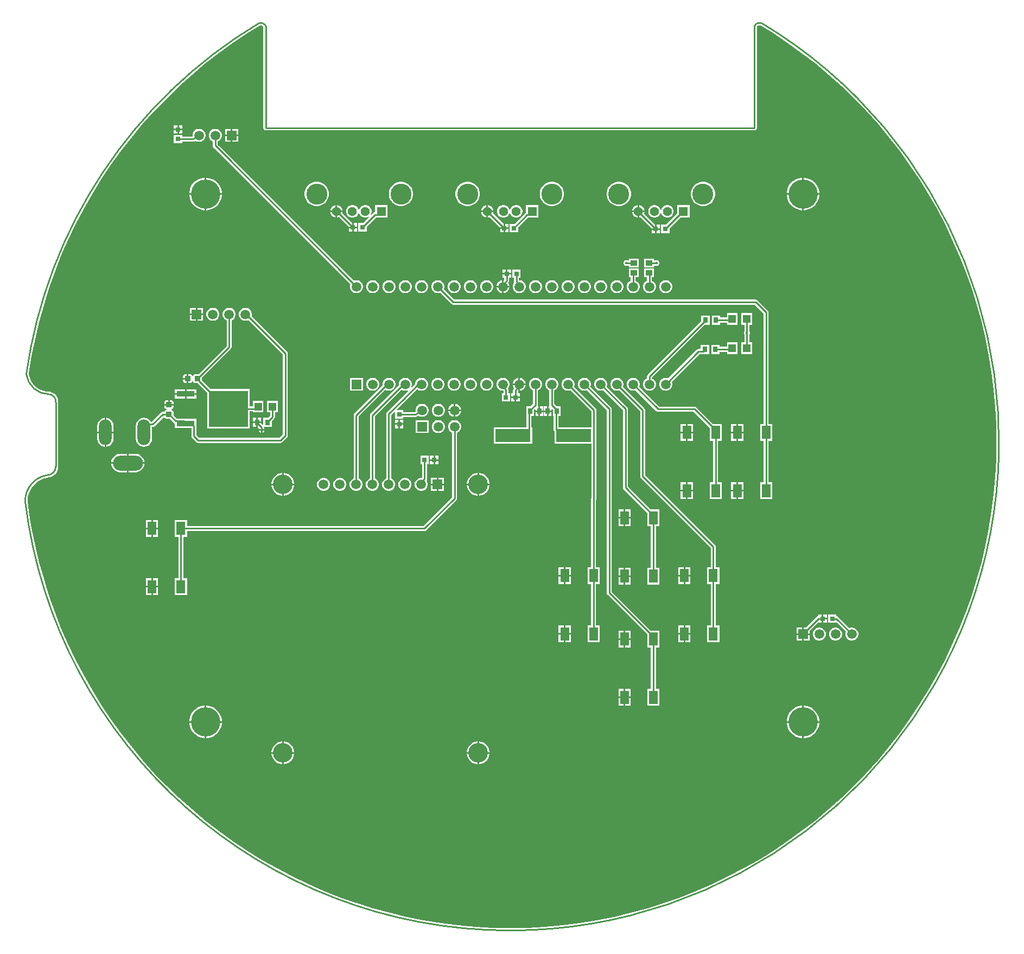
<source format=gtl>
G04*
G04 #@! TF.GenerationSoftware,Altium Limited,Altium Designer,23.3.1 (30)*
G04*
G04 Layer_Physical_Order=1*
G04 Layer_Color=255*
%FSLAX44Y44*%
%MOMM*%
G71*
G04*
G04 #@! TF.SameCoordinates,FE0AEC3E-DE84-4B78-BC97-547211959EC9*
G04*
G04*
G04 #@! TF.FilePolarity,Positive*
G04*
G01*
G75*
%ADD14C,0.2540*%
%ADD16R,5.5000X2.0000*%
%ADD17R,0.6604X0.9398*%
%ADD18R,0.8000X0.8000*%
%ADD19R,0.7900X0.9300*%
%ADD20R,1.1500X1.3000*%
%ADD21R,1.4000X2.1000*%
%ADD22R,0.8000X0.8000*%
%ADD23R,0.9800X0.8500*%
%ADD24R,2.8300X0.9700*%
G04:AMPARAMS|DCode=25|XSize=0.889mm|YSize=0.889mm|CornerRadius=0.1111mm|HoleSize=0mm|Usage=FLASHONLY|Rotation=0.000|XOffset=0mm|YOffset=0mm|HoleType=Round|Shape=RoundedRectangle|*
%AMROUNDEDRECTD25*
21,1,0.8890,0.6668,0,0,0.0*
21,1,0.6668,0.8890,0,0,0.0*
1,1,0.2223,0.3334,-0.3334*
1,1,0.2223,-0.3334,-0.3334*
1,1,0.2223,-0.3334,0.3334*
1,1,0.2223,0.3334,0.3334*
%
%ADD25ROUNDEDRECTD25*%
G04:AMPARAMS|DCode=26|XSize=0.889mm|YSize=0.889mm|CornerRadius=0.1111mm|HoleSize=0mm|Usage=FLASHONLY|Rotation=270.000|XOffset=0mm|YOffset=0mm|HoleType=Round|Shape=RoundedRectangle|*
%AMROUNDEDRECTD26*
21,1,0.8890,0.6668,0,0,270.0*
21,1,0.6668,0.8890,0,0,270.0*
1,1,0.2223,-0.3334,-0.3334*
1,1,0.2223,-0.3334,0.3334*
1,1,0.2223,0.3334,0.3334*
1,1,0.2223,0.3334,-0.3334*
%
%ADD26ROUNDEDRECTD26*%
%ADD51R,6.0900X5.6300*%
%ADD52C,1.5000*%
%ADD53R,1.5000X1.5000*%
%ADD54R,1.4280X1.4280*%
%ADD55C,1.4280*%
%ADD56C,3.2760*%
%ADD57C,1.4986*%
%ADD58R,1.4986X1.4986*%
%ADD59O,2.0000X4.0000*%
%ADD60O,4.7000X2.3500*%
%ADD61C,0.4064*%
%ADD62C,4.5720*%
%ADD63C,3.0480*%
G36*
X1153409Y1417329D02*
X1172675Y1405428D01*
X1195195Y1390381D01*
X1217164Y1374539D01*
X1238553Y1357923D01*
X1259336Y1340554D01*
X1279486Y1322455D01*
X1298977Y1303648D01*
X1317784Y1284157D01*
X1335883Y1264007D01*
X1353252Y1243224D01*
X1369868Y1221835D01*
X1385710Y1199866D01*
X1400758Y1177346D01*
X1414992Y1154302D01*
X1428395Y1130766D01*
X1440949Y1106766D01*
X1452638Y1082333D01*
X1463448Y1057499D01*
X1473365Y1032295D01*
X1482376Y1006752D01*
X1490469Y980905D01*
X1497635Y954785D01*
X1503864Y928426D01*
X1509147Y901861D01*
X1513480Y875125D01*
X1516855Y848251D01*
X1519270Y821274D01*
X1520719Y794228D01*
X1521203Y767147D01*
X1520719Y740066D01*
X1519270Y713020D01*
X1516855Y686043D01*
X1513480Y659169D01*
X1509147Y632433D01*
X1503864Y605868D01*
X1497635Y579509D01*
X1490469Y553389D01*
X1482376Y527541D01*
X1473365Y501999D01*
X1463448Y476795D01*
X1452638Y451960D01*
X1440949Y427528D01*
X1428395Y403528D01*
X1414992Y379991D01*
X1400758Y356948D01*
X1385710Y334428D01*
X1369868Y312459D01*
X1353252Y291069D01*
X1335883Y270287D01*
X1317784Y250137D01*
X1298977Y230646D01*
X1279486Y211839D01*
X1259336Y193739D01*
X1238553Y176371D01*
X1217164Y159755D01*
X1195195Y143913D01*
X1172675Y128865D01*
X1149632Y114631D01*
X1126095Y101228D01*
X1102095Y88674D01*
X1077663Y76985D01*
X1052828Y66175D01*
X1027624Y56258D01*
X1002082Y47247D01*
X976234Y39154D01*
X950114Y31988D01*
X923755Y25759D01*
X897190Y20475D01*
X870454Y16143D01*
X843580Y12767D01*
X816603Y10353D01*
X789557Y8903D01*
X763746Y8443D01*
X762476Y8489D01*
X762476Y8489D01*
X761206Y8443D01*
X735398Y8903D01*
X708354Y10353D01*
X681379Y12767D01*
X654508Y16142D01*
X627774Y20474D01*
X601211Y25758D01*
X574855Y31986D01*
X548737Y39151D01*
X522892Y47244D01*
X497352Y56254D01*
X472150Y66170D01*
X447317Y76979D01*
X422887Y88667D01*
X398889Y101220D01*
X375355Y114622D01*
X352313Y128855D01*
X329795Y143901D01*
X307828Y159741D01*
X286441Y176356D01*
X265660Y193723D01*
X245512Y211821D01*
X226022Y230626D01*
X207217Y250116D01*
X189119Y270263D01*
X171752Y291044D01*
X155138Y312432D01*
X139297Y334399D01*
X124251Y356917D01*
X110018Y379959D01*
X96616Y403493D01*
X84063Y427491D01*
X72375Y451921D01*
X61566Y476753D01*
X51650Y501955D01*
X42640Y527495D01*
X34547Y553341D01*
X27382Y579459D01*
X21154Y605815D01*
X15870Y632378D01*
X11538Y659111D01*
X9588Y674637D01*
X9588Y674637D01*
X9588D01*
X9549Y675866D01*
X9949Y680953D01*
X11303Y686594D01*
X13523Y691953D01*
X16554Y696899D01*
X20322Y701310D01*
X24732Y705078D01*
X29679Y708109D01*
X35038Y710329D01*
X40546Y711651D01*
X40564Y711648D01*
X41121Y711718D01*
X42364Y711847D01*
X43546Y711963D01*
X46737Y712931D01*
X49677Y714503D01*
X52255Y716618D01*
X54370Y719195D01*
X55942Y722136D01*
X56909Y725326D01*
X57236Y728644D01*
X57210Y728908D01*
X57225Y728980D01*
Y829310D01*
X57187Y829499D01*
X57279Y830436D01*
X56986Y833414D01*
X56118Y836277D01*
X54707Y838916D01*
X52809Y841229D01*
X50496Y843127D01*
X47857Y844538D01*
X44994Y845406D01*
X44734Y845432D01*
X43521Y845570D01*
X43142Y845645D01*
X42994Y845615D01*
X42859Y845605D01*
X42278Y845636D01*
X37797Y845988D01*
X32951Y847152D01*
X28347Y849059D01*
X24099Y851663D01*
X20309Y854899D01*
X17073Y858688D01*
X14469Y862937D01*
X12562Y867541D01*
X11399Y872386D01*
X11327Y873300D01*
X11538Y874982D01*
X15870Y901716D01*
X21154Y928278D01*
X27382Y954635D01*
X34547Y980752D01*
X42640Y1006598D01*
X51650Y1032138D01*
X61566Y1057340D01*
X72375Y1082172D01*
X84063Y1106602D01*
X96616Y1130600D01*
X110018Y1154135D01*
X124251Y1177176D01*
X139297Y1199694D01*
X155138Y1221661D01*
X171752Y1243049D01*
X189119Y1263830D01*
X207217Y1283978D01*
X226023Y1303467D01*
X245512Y1322272D01*
X265660Y1340370D01*
X286441Y1357737D01*
X307828Y1374352D01*
X329795Y1390192D01*
X352314Y1405238D01*
X371691Y1417208D01*
X373205Y1417509D01*
X375078Y1417137D01*
X376665Y1416076D01*
X377353Y1415046D01*
Y1257538D01*
X377649Y1256051D01*
X378491Y1254791D01*
X379751Y1253949D01*
X381238Y1253653D01*
X1143238D01*
X1144725Y1253949D01*
X1145985Y1254791D01*
X1146827Y1256051D01*
X1147123Y1257538D01*
Y1415040D01*
X1147863Y1416149D01*
X1149572Y1417290D01*
X1151588Y1417691D01*
X1153409Y1417329D01*
D02*
G37*
%LPC*%
G36*
X250701Y1261637D02*
X245431D01*
Y1256367D01*
X250701D01*
Y1261637D01*
D02*
G37*
G36*
X242891D02*
X237621D01*
Y1256367D01*
X242891D01*
Y1261637D01*
D02*
G37*
G36*
X250701Y1253827D02*
X245431D01*
Y1248557D01*
X250701D01*
Y1253827D01*
D02*
G37*
G36*
X242891D02*
X237621D01*
Y1248557D01*
X242891D01*
Y1253827D01*
D02*
G37*
G36*
X337700Y1255910D02*
X328930D01*
Y1247140D01*
X337700D01*
Y1255910D01*
D02*
G37*
G36*
X326390D02*
X317620D01*
Y1247140D01*
X326390D01*
Y1255910D01*
D02*
G37*
G36*
X278182D02*
X275538D01*
X272985Y1255226D01*
X270695Y1253904D01*
X268826Y1252035D01*
X267504Y1249745D01*
X266820Y1247192D01*
Y1244695D01*
X266107Y1243982D01*
X250701D01*
Y1246637D01*
X237621D01*
Y1233557D01*
X250701D01*
Y1236213D01*
X267716D01*
X269202Y1236508D01*
X270462Y1237350D01*
X270856Y1237744D01*
X272985Y1236514D01*
X275538Y1235830D01*
X278182D01*
X280735Y1236514D01*
X283025Y1237836D01*
X284894Y1239705D01*
X286216Y1241995D01*
X286900Y1244548D01*
Y1247192D01*
X286216Y1249745D01*
X284894Y1252035D01*
X283025Y1253904D01*
X280735Y1255226D01*
X278182Y1255910D01*
D02*
G37*
G36*
X337700Y1244600D02*
X328930D01*
Y1235830D01*
X337700D01*
Y1244600D01*
D02*
G37*
G36*
X326390D02*
X317620D01*
Y1235830D01*
X326390D01*
Y1244600D01*
D02*
G37*
G36*
X1221702Y1179830D02*
X1220470D01*
Y1155700D01*
X1244600D01*
Y1156932D01*
X1243624Y1161839D01*
X1241709Y1166461D01*
X1238930Y1170622D01*
X1235392Y1174159D01*
X1231231Y1176939D01*
X1226609Y1178854D01*
X1221702Y1179830D01*
D02*
G37*
G36*
X1217930D02*
X1216698D01*
X1211791Y1178854D01*
X1207169Y1176939D01*
X1203008Y1174159D01*
X1199471Y1170622D01*
X1196691Y1166461D01*
X1194776Y1161839D01*
X1193800Y1156932D01*
Y1155700D01*
X1217930D01*
Y1179830D01*
D02*
G37*
G36*
X289522D02*
X288290D01*
Y1155700D01*
X312420D01*
Y1156932D01*
X311444Y1161839D01*
X309529Y1166461D01*
X306749Y1170622D01*
X303212Y1174159D01*
X299051Y1176939D01*
X294429Y1178854D01*
X289522Y1179830D01*
D02*
G37*
G36*
X285750D02*
X284518D01*
X279611Y1178854D01*
X274989Y1176939D01*
X270828Y1174159D01*
X267290Y1170622D01*
X264511Y1166461D01*
X262596Y1161839D01*
X261620Y1156932D01*
Y1155700D01*
X285750D01*
Y1179830D01*
D02*
G37*
G36*
X1064989Y1173350D02*
X1061263D01*
X1057607Y1172623D01*
X1054164Y1171197D01*
X1051065Y1169126D01*
X1048430Y1166491D01*
X1046359Y1163392D01*
X1044933Y1159949D01*
X1044206Y1156293D01*
Y1152567D01*
X1044933Y1148911D01*
X1046359Y1145468D01*
X1048430Y1142369D01*
X1051065Y1139734D01*
X1054164Y1137663D01*
X1057607Y1136237D01*
X1061263Y1135510D01*
X1064989D01*
X1068645Y1136237D01*
X1072088Y1137663D01*
X1075187Y1139734D01*
X1077822Y1142369D01*
X1079893Y1145468D01*
X1081319Y1148911D01*
X1082046Y1152567D01*
Y1156293D01*
X1081319Y1159949D01*
X1079893Y1163392D01*
X1077822Y1166491D01*
X1075187Y1169126D01*
X1072088Y1171197D01*
X1068645Y1172623D01*
X1064989Y1173350D01*
D02*
G37*
G36*
X933589D02*
X929863D01*
X926207Y1172623D01*
X922764Y1171197D01*
X919665Y1169126D01*
X917030Y1166491D01*
X914959Y1163392D01*
X913533Y1159949D01*
X912806Y1156293D01*
Y1152567D01*
X913533Y1148911D01*
X914959Y1145468D01*
X917030Y1142369D01*
X919665Y1139734D01*
X922764Y1137663D01*
X926207Y1136237D01*
X929863Y1135510D01*
X933589D01*
X937245Y1136237D01*
X940688Y1137663D01*
X943787Y1139734D01*
X946422Y1142369D01*
X948493Y1145468D01*
X949919Y1148911D01*
X950646Y1152567D01*
Y1156293D01*
X949919Y1159949D01*
X948493Y1163392D01*
X946422Y1166491D01*
X943787Y1169126D01*
X940688Y1171197D01*
X937245Y1172623D01*
X933589Y1173350D01*
D02*
G37*
G36*
X829214D02*
X825488D01*
X821832Y1172623D01*
X818389Y1171197D01*
X815290Y1169126D01*
X812655Y1166491D01*
X810584Y1163392D01*
X809158Y1159949D01*
X808431Y1156293D01*
Y1152567D01*
X809158Y1148911D01*
X810584Y1145468D01*
X812655Y1142369D01*
X815290Y1139734D01*
X818389Y1137663D01*
X821832Y1136237D01*
X825488Y1135510D01*
X829214D01*
X832870Y1136237D01*
X836313Y1137663D01*
X839412Y1139734D01*
X842047Y1142369D01*
X844118Y1145468D01*
X845544Y1148911D01*
X846271Y1152567D01*
Y1156293D01*
X845544Y1159949D01*
X844118Y1163392D01*
X842047Y1166491D01*
X839412Y1169126D01*
X836313Y1171197D01*
X832870Y1172623D01*
X829214Y1173350D01*
D02*
G37*
G36*
X697814D02*
X694088D01*
X690432Y1172623D01*
X686989Y1171197D01*
X683890Y1169126D01*
X681255Y1166491D01*
X679184Y1163392D01*
X677758Y1159949D01*
X677031Y1156293D01*
Y1152567D01*
X677758Y1148911D01*
X679184Y1145468D01*
X681255Y1142369D01*
X683890Y1139734D01*
X686989Y1137663D01*
X690432Y1136237D01*
X694088Y1135510D01*
X697814D01*
X701470Y1136237D01*
X704913Y1137663D01*
X708012Y1139734D01*
X710647Y1142369D01*
X712718Y1145468D01*
X714144Y1148911D01*
X714871Y1152567D01*
Y1156293D01*
X714144Y1159949D01*
X712718Y1163392D01*
X710647Y1166491D01*
X708012Y1169126D01*
X704913Y1171197D01*
X701470Y1172623D01*
X697814Y1173350D01*
D02*
G37*
G36*
X593820D02*
X590093D01*
X586437Y1172623D01*
X582994Y1171197D01*
X579895Y1169126D01*
X577260Y1166491D01*
X575189Y1163392D01*
X573763Y1159949D01*
X573036Y1156293D01*
Y1152567D01*
X573763Y1148911D01*
X575189Y1145468D01*
X577260Y1142369D01*
X579895Y1139734D01*
X582994Y1137663D01*
X586437Y1136237D01*
X590093Y1135510D01*
X593820D01*
X597475Y1136237D01*
X600918Y1137663D01*
X604017Y1139734D01*
X606652Y1142369D01*
X608723Y1145468D01*
X610149Y1148911D01*
X610876Y1152567D01*
Y1156293D01*
X610149Y1159949D01*
X608723Y1163392D01*
X606652Y1166491D01*
X604017Y1169126D01*
X600918Y1171197D01*
X597475Y1172623D01*
X593820Y1173350D01*
D02*
G37*
G36*
X462420D02*
X458693D01*
X455037Y1172623D01*
X451594Y1171197D01*
X448495Y1169126D01*
X445860Y1166491D01*
X443789Y1163392D01*
X442363Y1159949D01*
X441636Y1156293D01*
Y1152567D01*
X442363Y1148911D01*
X443789Y1145468D01*
X445860Y1142369D01*
X448495Y1139734D01*
X451594Y1137663D01*
X455037Y1136237D01*
X458693Y1135510D01*
X462420D01*
X466075Y1136237D01*
X469518Y1137663D01*
X472617Y1139734D01*
X475252Y1142369D01*
X477323Y1145468D01*
X478749Y1148911D01*
X479476Y1152567D01*
Y1156293D01*
X478749Y1159949D01*
X477323Y1163392D01*
X475252Y1166491D01*
X472617Y1169126D01*
X469518Y1171197D01*
X466075Y1172623D01*
X462420Y1173350D01*
D02*
G37*
G36*
X1008700Y1137010D02*
X1006152D01*
X1003690Y1136350D01*
X1001482Y1135076D01*
X999680Y1133274D01*
X998406Y1131066D01*
X998083Y1129864D01*
X996769D01*
X996446Y1131066D01*
X995172Y1133274D01*
X993370Y1135076D01*
X991162Y1136350D01*
X988700Y1137010D01*
X986152D01*
X983690Y1136350D01*
X981482Y1135076D01*
X979680Y1133274D01*
X978406Y1131066D01*
X977746Y1128604D01*
Y1126056D01*
X978406Y1123594D01*
X979680Y1121386D01*
X981482Y1119584D01*
X983690Y1118310D01*
X986152Y1117650D01*
X988700D01*
X991162Y1118310D01*
X993370Y1119584D01*
X995172Y1121386D01*
X996446Y1123594D01*
X996769Y1124796D01*
X998083D01*
X998406Y1123594D01*
X999680Y1121386D01*
X1001482Y1119584D01*
X1003690Y1118310D01*
X1006152Y1117650D01*
X1008700D01*
X1011162Y1118310D01*
X1013370Y1119584D01*
X1015172Y1121386D01*
X1016446Y1123594D01*
X1017106Y1126056D01*
Y1128604D01*
X1016446Y1131066D01*
X1015172Y1133274D01*
X1013370Y1135076D01*
X1011162Y1136350D01*
X1008700Y1137010D01*
D02*
G37*
G36*
X772925D02*
X770377D01*
X767915Y1136350D01*
X765707Y1135076D01*
X763905Y1133274D01*
X762631Y1131066D01*
X762309Y1129864D01*
X760994D01*
X760671Y1131066D01*
X759397Y1133274D01*
X757595Y1135076D01*
X755387Y1136350D01*
X752925Y1137010D01*
X750377D01*
X747915Y1136350D01*
X745707Y1135076D01*
X743905Y1133274D01*
X742631Y1131066D01*
X741971Y1128604D01*
Y1126056D01*
X742631Y1123594D01*
X743905Y1121386D01*
X745707Y1119584D01*
X747915Y1118310D01*
X750377Y1117650D01*
X752925D01*
X755387Y1118310D01*
X757595Y1119584D01*
X759397Y1121386D01*
X760671Y1123594D01*
X760994Y1124796D01*
X762309D01*
X762631Y1123594D01*
X763905Y1121386D01*
X765707Y1119584D01*
X767915Y1118310D01*
X770377Y1117650D01*
X772925D01*
X775387Y1118310D01*
X777595Y1119584D01*
X779397Y1121386D01*
X780671Y1123594D01*
X781331Y1126056D01*
Y1128604D01*
X780671Y1131066D01*
X779397Y1133274D01*
X777595Y1135076D01*
X775387Y1136350D01*
X772925Y1137010D01*
D02*
G37*
G36*
X1244600Y1153160D02*
X1220470D01*
Y1129030D01*
X1221702D01*
X1226609Y1130006D01*
X1231231Y1131921D01*
X1235392Y1134700D01*
X1238930Y1138238D01*
X1241709Y1142399D01*
X1243624Y1147021D01*
X1244600Y1151928D01*
Y1153160D01*
D02*
G37*
G36*
X1217930D02*
X1193800D01*
Y1151928D01*
X1194776Y1147021D01*
X1196691Y1142399D01*
X1199471Y1138238D01*
X1203008Y1134700D01*
X1207169Y1131921D01*
X1211791Y1130006D01*
X1216698Y1129030D01*
X1217930D01*
Y1153160D01*
D02*
G37*
G36*
X312420D02*
X288290D01*
Y1129030D01*
X289522D01*
X294429Y1130006D01*
X299051Y1131921D01*
X303212Y1134700D01*
X306749Y1138238D01*
X309529Y1142399D01*
X311444Y1147021D01*
X312420Y1151928D01*
Y1153160D01*
D02*
G37*
G36*
X285750D02*
X261620D01*
Y1151928D01*
X262596Y1147021D01*
X264511Y1142399D01*
X267290Y1138238D01*
X270828Y1134700D01*
X274989Y1131921D01*
X279611Y1130006D01*
X284518Y1129030D01*
X285750D01*
Y1153160D01*
D02*
G37*
G36*
X963700Y1137010D02*
X963696D01*
Y1128600D01*
X972106D01*
Y1128604D01*
X971446Y1131066D01*
X970172Y1133274D01*
X968370Y1135076D01*
X966162Y1136350D01*
X963700Y1137010D01*
D02*
G37*
G36*
X727925D02*
X727921D01*
Y1128600D01*
X736331D01*
Y1128604D01*
X735671Y1131066D01*
X734397Y1133274D01*
X732595Y1135076D01*
X730387Y1136350D01*
X727925Y1137010D01*
D02*
G37*
G36*
X492530D02*
X492526D01*
Y1128600D01*
X500936D01*
Y1128604D01*
X500276Y1131066D01*
X499002Y1133274D01*
X497200Y1135076D01*
X494992Y1136350D01*
X492530Y1137010D01*
D02*
G37*
G36*
X961156D02*
X961152D01*
X958690Y1136350D01*
X956482Y1135076D01*
X954680Y1133274D01*
X953406Y1131066D01*
X952746Y1128604D01*
Y1128600D01*
X961156D01*
Y1137010D01*
D02*
G37*
G36*
X725381D02*
X725377D01*
X722915Y1136350D01*
X720707Y1135076D01*
X718905Y1133274D01*
X717631Y1131066D01*
X716971Y1128604D01*
Y1128600D01*
X725381D01*
Y1137010D01*
D02*
G37*
G36*
X489986D02*
X489982D01*
X487520Y1136350D01*
X485312Y1135076D01*
X483510Y1133274D01*
X482236Y1131066D01*
X481576Y1128604D01*
Y1128600D01*
X489986D01*
Y1137010D01*
D02*
G37*
G36*
X570936D02*
X551576D01*
Y1126009D01*
X550337Y1125763D01*
X549077Y1124921D01*
X545367Y1121211D01*
X544351Y1121991D01*
X545276Y1123594D01*
X545936Y1126056D01*
Y1128604D01*
X545276Y1131066D01*
X544002Y1133274D01*
X542200Y1135076D01*
X539992Y1136350D01*
X537530Y1137010D01*
X534982D01*
X532520Y1136350D01*
X530312Y1135076D01*
X528510Y1133274D01*
X527236Y1131066D01*
X526913Y1129864D01*
X525599D01*
X525276Y1131066D01*
X524002Y1133274D01*
X522200Y1135076D01*
X519992Y1136350D01*
X517530Y1137010D01*
X514982D01*
X512520Y1136350D01*
X510312Y1135076D01*
X508510Y1133274D01*
X507236Y1131066D01*
X506576Y1128604D01*
Y1126056D01*
X507236Y1123594D01*
X508510Y1121386D01*
X510312Y1119584D01*
X512520Y1118310D01*
X514982Y1117650D01*
X517530D01*
X519992Y1118310D01*
X522200Y1119584D01*
X524002Y1121386D01*
X525276Y1123594D01*
X525599Y1124796D01*
X526913D01*
X527236Y1123594D01*
X528510Y1121386D01*
X530312Y1119584D01*
X532520Y1118310D01*
X534982Y1117650D01*
X537530D01*
X539992Y1118310D01*
X541595Y1119235D01*
X542375Y1118219D01*
X533056Y1108900D01*
X525470D01*
Y1095820D01*
X538550D01*
Y1103406D01*
X552794Y1117650D01*
X570936D01*
Y1137010D01*
D02*
G37*
G36*
X961156Y1126060D02*
X952746D01*
Y1126056D01*
X953406Y1123594D01*
X954680Y1121386D01*
X956482Y1119584D01*
X958690Y1118310D01*
X961152Y1117650D01*
X961156D01*
Y1126060D01*
D02*
G37*
G36*
X725381D02*
X716971D01*
Y1126056D01*
X717631Y1123594D01*
X718905Y1121386D01*
X720707Y1119584D01*
X722915Y1118310D01*
X725377Y1117650D01*
X725381D01*
Y1126060D01*
D02*
G37*
G36*
X489986D02*
X481576D01*
Y1126056D01*
X482236Y1123594D01*
X483510Y1121386D01*
X485312Y1119584D01*
X487520Y1118310D01*
X489982Y1117650D01*
X489986D01*
Y1126060D01*
D02*
G37*
G36*
X523550Y1108900D02*
X518280D01*
Y1103630D01*
X523550D01*
Y1108900D01*
D02*
G37*
G36*
X500936Y1126060D02*
X492526D01*
Y1117650D01*
X492530D01*
X494992Y1118310D01*
X495356Y1118520D01*
X510246Y1103630D01*
X515740D01*
Y1109124D01*
X500486Y1124377D01*
X500936Y1126056D01*
Y1126060D01*
D02*
G37*
G36*
X759770Y1107630D02*
X754500D01*
Y1102360D01*
X759770D01*
Y1107630D01*
D02*
G37*
G36*
X736331Y1126060D02*
X727921D01*
Y1117650D01*
X727925D01*
X730387Y1118310D01*
X730469Y1118357D01*
X746466Y1102360D01*
X751960D01*
Y1107854D01*
X735787Y1124026D01*
X736331Y1126056D01*
Y1126060D01*
D02*
G37*
G36*
X995990Y1106360D02*
X990720D01*
Y1101090D01*
X995990D01*
Y1106360D01*
D02*
G37*
G36*
X972106Y1126060D02*
X963696D01*
Y1117650D01*
X963700D01*
X965614Y1118163D01*
X982686Y1101090D01*
X988180D01*
Y1106584D01*
X971345Y1123419D01*
X971446Y1123594D01*
X972106Y1126056D01*
Y1126060D01*
D02*
G37*
G36*
X523550Y1101090D02*
X518280D01*
Y1095820D01*
X523550D01*
Y1101090D01*
D02*
G37*
G36*
X515740D02*
X510470D01*
Y1095820D01*
X515740D01*
Y1101090D01*
D02*
G37*
G36*
X806331Y1137010D02*
X786971D01*
Y1124954D01*
X785853Y1124207D01*
X769276Y1107630D01*
X761690D01*
Y1094550D01*
X774770D01*
Y1102136D01*
X790209Y1117575D01*
X790781D01*
X791156Y1117650D01*
X806331D01*
Y1137010D01*
D02*
G37*
G36*
X759770Y1099820D02*
X754500D01*
Y1094550D01*
X759770D01*
Y1099820D01*
D02*
G37*
G36*
X751960D02*
X746690D01*
Y1094550D01*
X751960D01*
Y1099820D01*
D02*
G37*
G36*
X1042106Y1137010D02*
X1022746D01*
Y1123610D01*
X1005496Y1106360D01*
X997910D01*
Y1093280D01*
X1010990D01*
Y1100866D01*
X1027774Y1117650D01*
X1042106D01*
Y1137010D01*
D02*
G37*
G36*
X995990Y1098550D02*
X990720D01*
Y1093280D01*
X995990D01*
Y1098550D01*
D02*
G37*
G36*
X988180D02*
X982910D01*
Y1093280D01*
X988180D01*
Y1098550D01*
D02*
G37*
G36*
X962480Y1053150D02*
X947600D01*
Y1050365D01*
X946179D01*
X944519Y1051052D01*
X942701D01*
X941020Y1050356D01*
X939734Y1049070D01*
X939038Y1047389D01*
Y1045571D01*
X939734Y1043890D01*
X941020Y1042604D01*
X942701Y1041908D01*
X944519D01*
X946179Y1042595D01*
X947600D01*
Y1039570D01*
X962480D01*
Y1053150D01*
D02*
G37*
G36*
X986610D02*
X971730D01*
Y1039570D01*
X986610D01*
Y1042595D01*
X988031D01*
X989691Y1041908D01*
X991509D01*
X993190Y1042604D01*
X994476Y1043890D01*
X995172Y1045571D01*
Y1047389D01*
X994476Y1049070D01*
X993190Y1050356D01*
X991509Y1051052D01*
X989691D01*
X988031Y1050365D01*
X986610D01*
Y1053150D01*
D02*
G37*
G36*
X763580Y1036510D02*
X758310D01*
Y1031240D01*
X763580D01*
Y1036510D01*
D02*
G37*
G36*
X755770D02*
X750500D01*
Y1031240D01*
X755770D01*
Y1036510D01*
D02*
G37*
G36*
X763580Y1028700D02*
X750500D01*
Y1023430D01*
X753155D01*
Y1020621D01*
X752316Y1019782D01*
Y1010920D01*
X761079D01*
Y1010971D01*
X760395Y1013523D01*
X759169Y1015647D01*
X759787Y1016265D01*
X760629Y1017525D01*
X760925Y1019012D01*
Y1023430D01*
X763580D01*
Y1028700D01*
D02*
G37*
G36*
X749776Y1019683D02*
X749725D01*
X747173Y1018999D01*
X744886Y1017678D01*
X743018Y1015810D01*
X741697Y1013523D01*
X741013Y1010971D01*
Y1010920D01*
X749776D01*
Y1019683D01*
D02*
G37*
G36*
X1006367D02*
X1003725D01*
X1001173Y1018999D01*
X998886Y1017678D01*
X997018Y1015810D01*
X995697Y1013523D01*
X995013Y1010971D01*
Y1008329D01*
X995697Y1005777D01*
X997018Y1003490D01*
X998886Y1001622D01*
X1001173Y1000301D01*
X1003725Y999617D01*
X1006367D01*
X1008919Y1000301D01*
X1011206Y1001622D01*
X1013074Y1003490D01*
X1014395Y1005777D01*
X1015079Y1008329D01*
Y1010971D01*
X1014395Y1013523D01*
X1013074Y1015810D01*
X1011206Y1017678D01*
X1008919Y1018999D01*
X1006367Y1019683D01*
D02*
G37*
G36*
X986610Y1038150D02*
X971730D01*
Y1024570D01*
X975761D01*
Y1018992D01*
X973486Y1017678D01*
X971618Y1015810D01*
X970297Y1013523D01*
X969613Y1010971D01*
Y1008329D01*
X970297Y1005777D01*
X971618Y1003490D01*
X973486Y1001622D01*
X975773Y1000301D01*
X978325Y999617D01*
X980967D01*
X983519Y1000301D01*
X985806Y1001622D01*
X987674Y1003490D01*
X988995Y1005777D01*
X989679Y1008329D01*
Y1010971D01*
X988995Y1013523D01*
X987674Y1015810D01*
X985806Y1017678D01*
X983531Y1018992D01*
Y1024570D01*
X986610D01*
Y1038150D01*
D02*
G37*
G36*
X962480D02*
X947600D01*
Y1024570D01*
X950361D01*
Y1018992D01*
X948086Y1017678D01*
X946218Y1015810D01*
X944897Y1013523D01*
X944213Y1010971D01*
Y1008329D01*
X944897Y1005777D01*
X946218Y1003490D01*
X948086Y1001622D01*
X950374Y1000301D01*
X952925Y999617D01*
X955567D01*
X958119Y1000301D01*
X960406Y1001622D01*
X962274Y1003490D01*
X963595Y1005777D01*
X964279Y1008329D01*
Y1010971D01*
X963595Y1013523D01*
X962274Y1015810D01*
X960406Y1017678D01*
X958131Y1018992D01*
Y1024570D01*
X962480D01*
Y1038150D01*
D02*
G37*
G36*
X930167Y1019683D02*
X927525D01*
X924974Y1018999D01*
X922686Y1017678D01*
X920818Y1015810D01*
X919497Y1013523D01*
X918813Y1010971D01*
Y1008329D01*
X919497Y1005777D01*
X920818Y1003490D01*
X922686Y1001622D01*
X924974Y1000301D01*
X927525Y999617D01*
X930167D01*
X932719Y1000301D01*
X935006Y1001622D01*
X936874Y1003490D01*
X938195Y1005777D01*
X938879Y1008329D01*
Y1010971D01*
X938195Y1013523D01*
X936874Y1015810D01*
X935006Y1017678D01*
X932719Y1018999D01*
X930167Y1019683D01*
D02*
G37*
G36*
X904767D02*
X902125D01*
X899574Y1018999D01*
X897286Y1017678D01*
X895418Y1015810D01*
X894097Y1013523D01*
X893413Y1010971D01*
Y1008329D01*
X894097Y1005777D01*
X895418Y1003490D01*
X897286Y1001622D01*
X899574Y1000301D01*
X902125Y999617D01*
X904767D01*
X907319Y1000301D01*
X909606Y1001622D01*
X911474Y1003490D01*
X912795Y1005777D01*
X913479Y1008329D01*
Y1010971D01*
X912795Y1013523D01*
X911474Y1015810D01*
X909606Y1017678D01*
X907319Y1018999D01*
X904767Y1019683D01*
D02*
G37*
G36*
X879367D02*
X876725D01*
X874174Y1018999D01*
X871886Y1017678D01*
X870018Y1015810D01*
X868697Y1013523D01*
X868013Y1010971D01*
Y1008329D01*
X868697Y1005777D01*
X870018Y1003490D01*
X871886Y1001622D01*
X874174Y1000301D01*
X876725Y999617D01*
X879367D01*
X881919Y1000301D01*
X884206Y1001622D01*
X886074Y1003490D01*
X887395Y1005777D01*
X888079Y1008329D01*
Y1010971D01*
X887395Y1013523D01*
X886074Y1015810D01*
X884206Y1017678D01*
X881919Y1018999D01*
X879367Y1019683D01*
D02*
G37*
G36*
X853967D02*
X851325D01*
X848773Y1018999D01*
X846486Y1017678D01*
X844618Y1015810D01*
X843297Y1013523D01*
X842613Y1010971D01*
Y1008329D01*
X843297Y1005777D01*
X844618Y1003490D01*
X846486Y1001622D01*
X848773Y1000301D01*
X851325Y999617D01*
X853967D01*
X856519Y1000301D01*
X858806Y1001622D01*
X860674Y1003490D01*
X861995Y1005777D01*
X862679Y1008329D01*
Y1010971D01*
X861995Y1013523D01*
X860674Y1015810D01*
X858806Y1017678D01*
X856519Y1018999D01*
X853967Y1019683D01*
D02*
G37*
G36*
X828567D02*
X825925D01*
X823373Y1018999D01*
X821086Y1017678D01*
X819218Y1015810D01*
X817897Y1013523D01*
X817213Y1010971D01*
Y1008329D01*
X817897Y1005777D01*
X819218Y1003490D01*
X821086Y1001622D01*
X823373Y1000301D01*
X825925Y999617D01*
X828567D01*
X831119Y1000301D01*
X833406Y1001622D01*
X835274Y1003490D01*
X836595Y1005777D01*
X837279Y1008329D01*
Y1010971D01*
X836595Y1013523D01*
X835274Y1015810D01*
X833406Y1017678D01*
X831119Y1018999D01*
X828567Y1019683D01*
D02*
G37*
G36*
X803167D02*
X800525D01*
X797973Y1018999D01*
X795686Y1017678D01*
X793818Y1015810D01*
X792497Y1013523D01*
X791813Y1010971D01*
Y1008329D01*
X792497Y1005777D01*
X793818Y1003490D01*
X795686Y1001622D01*
X797973Y1000301D01*
X800525Y999617D01*
X803167D01*
X805719Y1000301D01*
X808006Y1001622D01*
X809874Y1003490D01*
X811195Y1005777D01*
X811879Y1008329D01*
Y1010971D01*
X811195Y1013523D01*
X809874Y1015810D01*
X808006Y1017678D01*
X805719Y1018999D01*
X803167Y1019683D01*
D02*
G37*
G36*
X778580Y1036510D02*
X765500D01*
Y1023430D01*
X768155D01*
Y1017424D01*
X768451Y1015937D01*
X768488Y1015881D01*
X768418Y1015810D01*
X767097Y1013523D01*
X766413Y1010971D01*
Y1008329D01*
X767097Y1005777D01*
X768418Y1003490D01*
X770286Y1001622D01*
X772573Y1000301D01*
X775125Y999617D01*
X777767D01*
X780319Y1000301D01*
X782606Y1001622D01*
X784474Y1003490D01*
X785795Y1005777D01*
X786479Y1008329D01*
Y1010971D01*
X785795Y1013523D01*
X784474Y1015810D01*
X782606Y1017678D01*
X780319Y1018999D01*
X777767Y1019683D01*
X775925D01*
Y1023430D01*
X778580D01*
Y1036510D01*
D02*
G37*
G36*
X761079Y1008380D02*
X752316D01*
Y999617D01*
X752367D01*
X754919Y1000301D01*
X757206Y1001622D01*
X759074Y1003490D01*
X760395Y1005777D01*
X761079Y1008329D01*
Y1008380D01*
D02*
G37*
G36*
X749776D02*
X741013D01*
Y1008329D01*
X741697Y1005777D01*
X743018Y1003490D01*
X744886Y1001622D01*
X747173Y1000301D01*
X749725Y999617D01*
X749776D01*
Y1008380D01*
D02*
G37*
G36*
X726967Y1019683D02*
X724325D01*
X721774Y1018999D01*
X719486Y1017678D01*
X717618Y1015810D01*
X716297Y1013523D01*
X715613Y1010971D01*
Y1008329D01*
X716297Y1005777D01*
X717618Y1003490D01*
X719486Y1001622D01*
X721774Y1000301D01*
X724325Y999617D01*
X726967D01*
X729519Y1000301D01*
X731806Y1001622D01*
X733674Y1003490D01*
X734995Y1005777D01*
X735679Y1008329D01*
Y1010971D01*
X734995Y1013523D01*
X733674Y1015810D01*
X731806Y1017678D01*
X729519Y1018999D01*
X726967Y1019683D01*
D02*
G37*
G36*
X701567D02*
X698925D01*
X696374Y1018999D01*
X694086Y1017678D01*
X692218Y1015810D01*
X690897Y1013523D01*
X690213Y1010971D01*
Y1008329D01*
X690897Y1005777D01*
X692218Y1003490D01*
X694086Y1001622D01*
X696374Y1000301D01*
X698925Y999617D01*
X701567D01*
X704119Y1000301D01*
X706406Y1001622D01*
X708274Y1003490D01*
X709595Y1005777D01*
X710279Y1008329D01*
Y1010971D01*
X709595Y1013523D01*
X708274Y1015810D01*
X706406Y1017678D01*
X704119Y1018999D01*
X701567Y1019683D01*
D02*
G37*
G36*
X676167D02*
X673525D01*
X670974Y1018999D01*
X668686Y1017678D01*
X666818Y1015810D01*
X665497Y1013523D01*
X664813Y1010971D01*
Y1008329D01*
X665497Y1005777D01*
X666818Y1003490D01*
X668686Y1001622D01*
X670974Y1000301D01*
X673525Y999617D01*
X676167D01*
X678719Y1000301D01*
X681006Y1001622D01*
X682874Y1003490D01*
X684195Y1005777D01*
X684879Y1008329D01*
Y1010971D01*
X684195Y1013523D01*
X682874Y1015810D01*
X681006Y1017678D01*
X678719Y1018999D01*
X676167Y1019683D01*
D02*
G37*
G36*
X625367D02*
X622725D01*
X620173Y1018999D01*
X617886Y1017678D01*
X616018Y1015810D01*
X614697Y1013523D01*
X614013Y1010971D01*
Y1008329D01*
X614697Y1005777D01*
X616018Y1003490D01*
X617886Y1001622D01*
X620173Y1000301D01*
X622725Y999617D01*
X625367D01*
X627919Y1000301D01*
X630206Y1001622D01*
X632074Y1003490D01*
X633395Y1005777D01*
X634079Y1008329D01*
Y1010971D01*
X633395Y1013523D01*
X632074Y1015810D01*
X630206Y1017678D01*
X627919Y1018999D01*
X625367Y1019683D01*
D02*
G37*
G36*
X599967D02*
X597325D01*
X594773Y1018999D01*
X592486Y1017678D01*
X590618Y1015810D01*
X589297Y1013523D01*
X588613Y1010971D01*
Y1008329D01*
X589297Y1005777D01*
X590618Y1003490D01*
X592486Y1001622D01*
X594773Y1000301D01*
X597325Y999617D01*
X599967D01*
X602519Y1000301D01*
X604806Y1001622D01*
X606674Y1003490D01*
X607995Y1005777D01*
X608679Y1008329D01*
Y1010971D01*
X607995Y1013523D01*
X606674Y1015810D01*
X604806Y1017678D01*
X602519Y1018999D01*
X599967Y1019683D01*
D02*
G37*
G36*
X574567D02*
X571925D01*
X569374Y1018999D01*
X567086Y1017678D01*
X565218Y1015810D01*
X563897Y1013523D01*
X563213Y1010971D01*
Y1008329D01*
X563897Y1005777D01*
X565218Y1003490D01*
X567086Y1001622D01*
X569374Y1000301D01*
X571925Y999617D01*
X574567D01*
X577119Y1000301D01*
X579406Y1001622D01*
X581274Y1003490D01*
X582595Y1005777D01*
X583279Y1008329D01*
Y1010971D01*
X582595Y1013523D01*
X581274Y1015810D01*
X579406Y1017678D01*
X577119Y1018999D01*
X574567Y1019683D01*
D02*
G37*
G36*
X549167D02*
X546525D01*
X543974Y1018999D01*
X541686Y1017678D01*
X539818Y1015810D01*
X538497Y1013523D01*
X537813Y1010971D01*
Y1008329D01*
X538497Y1005777D01*
X539818Y1003490D01*
X541686Y1001622D01*
X543974Y1000301D01*
X546525Y999617D01*
X549167D01*
X551719Y1000301D01*
X554006Y1001622D01*
X555874Y1003490D01*
X557195Y1005777D01*
X557879Y1008329D01*
Y1010971D01*
X557195Y1013523D01*
X555874Y1015810D01*
X554006Y1017678D01*
X551719Y1018999D01*
X549167Y1019683D01*
D02*
G37*
G36*
X303582Y1255910D02*
X300938D01*
X298385Y1255226D01*
X296095Y1253904D01*
X294226Y1252035D01*
X292904Y1249745D01*
X292220Y1247192D01*
Y1244548D01*
X292904Y1241995D01*
X294226Y1239705D01*
X296095Y1237836D01*
X298375Y1236520D01*
Y1229836D01*
X298671Y1228350D01*
X299513Y1227089D01*
X513093Y1013509D01*
X512413Y1010971D01*
Y1008329D01*
X513097Y1005777D01*
X514418Y1003490D01*
X516286Y1001622D01*
X518573Y1000301D01*
X521125Y999617D01*
X523767D01*
X526319Y1000301D01*
X528606Y1001622D01*
X530474Y1003490D01*
X531795Y1005777D01*
X532479Y1008329D01*
Y1010971D01*
X531795Y1013523D01*
X530474Y1015810D01*
X528606Y1017678D01*
X526319Y1018999D01*
X523767Y1019683D01*
X521125D01*
X518587Y1019003D01*
X306145Y1231445D01*
Y1236520D01*
X308425Y1237836D01*
X310294Y1239705D01*
X311616Y1241995D01*
X312300Y1244548D01*
Y1247192D01*
X311616Y1249745D01*
X310294Y1252035D01*
X308425Y1253904D01*
X306135Y1255226D01*
X303582Y1255910D01*
D02*
G37*
G36*
X283090Y976510D02*
X274320D01*
Y967740D01*
X283090D01*
Y976510D01*
D02*
G37*
G36*
X271780D02*
X263010D01*
Y967740D01*
X271780D01*
Y976510D01*
D02*
G37*
G36*
X1117180Y968470D02*
X1100600D01*
Y961465D01*
X1089800D01*
Y964770D01*
X1076820D01*
Y950390D01*
X1089800D01*
Y953695D01*
X1100600D01*
Y950390D01*
X1117180D01*
Y968470D01*
D02*
G37*
G36*
X299772Y976510D02*
X297128D01*
X294575Y975826D01*
X292285Y974504D01*
X290416Y972635D01*
X289094Y970345D01*
X288410Y967792D01*
Y965148D01*
X289094Y962595D01*
X290416Y960305D01*
X292285Y958436D01*
X294575Y957114D01*
X297128Y956430D01*
X299772D01*
X302325Y957114D01*
X304615Y958436D01*
X306484Y960305D01*
X307806Y962595D01*
X308490Y965148D01*
Y967792D01*
X307806Y970345D01*
X306484Y972635D01*
X304615Y974504D01*
X302325Y975826D01*
X299772Y976510D01*
D02*
G37*
G36*
X283090Y965200D02*
X274320D01*
Y956430D01*
X283090D01*
Y965200D01*
D02*
G37*
G36*
X271780D02*
X263010D01*
Y956430D01*
X271780D01*
Y965200D01*
D02*
G37*
G36*
X1117180Y922750D02*
X1100600D01*
Y915745D01*
X1089110D01*
Y919050D01*
X1076130D01*
Y904670D01*
X1089110D01*
Y907975D01*
X1100600D01*
Y904670D01*
X1117180D01*
Y922750D01*
D02*
G37*
G36*
X1139680Y968470D02*
X1123100D01*
Y950390D01*
X1127685D01*
Y939829D01*
X1126998Y938169D01*
Y936351D01*
X1127685Y934691D01*
Y922750D01*
X1123100D01*
Y904670D01*
X1139680D01*
Y922750D01*
X1135455D01*
Y934691D01*
X1136142Y936351D01*
Y938169D01*
X1135455Y939829D01*
Y950390D01*
X1139680D01*
Y968470D01*
D02*
G37*
G36*
X325172Y976510D02*
X322528D01*
X319975Y975826D01*
X317685Y974504D01*
X315816Y972635D01*
X314494Y970345D01*
X313810Y967792D01*
Y965148D01*
X314494Y962595D01*
X315816Y960305D01*
X317685Y958436D01*
X319965Y957120D01*
Y917279D01*
X275883Y873196D01*
X270986D01*
X269562Y872913D01*
X268354Y872106D01*
X267547Y870898D01*
X267347Y869896D01*
X266053D01*
X265853Y870898D01*
X265046Y872106D01*
X263838Y872913D01*
X262414Y873196D01*
X260350D01*
Y866140D01*
Y859083D01*
X262414D01*
X263838Y859367D01*
X265046Y860174D01*
X265853Y861382D01*
X266053Y862384D01*
X267347D01*
X267547Y861382D01*
X268354Y860174D01*
X269562Y859367D01*
X270986Y859083D01*
X274853D01*
X289590Y844346D01*
Y788460D01*
X355570D01*
Y815265D01*
X360793D01*
Y813481D01*
X377373D01*
Y831561D01*
X360793D01*
Y823035D01*
X355570D01*
Y849840D01*
X295084D01*
X281376Y863547D01*
Y867703D01*
X326597Y912923D01*
X327439Y914183D01*
X327735Y915670D01*
Y957120D01*
X330015Y958436D01*
X331884Y960305D01*
X333206Y962595D01*
X333890Y965148D01*
Y967792D01*
X333206Y970345D01*
X331884Y972635D01*
X330015Y974504D01*
X327725Y975826D01*
X325172Y976510D01*
D02*
G37*
G36*
X257810Y873196D02*
X255746D01*
X254322Y872913D01*
X253114Y872106D01*
X252307Y870898D01*
X252024Y869474D01*
Y867410D01*
X257810D01*
Y873196D01*
D02*
G37*
G36*
X1072710Y919050D02*
X1059730D01*
Y912365D01*
X1056276D01*
X1054790Y912069D01*
X1053529Y911227D01*
X1008905Y866603D01*
X1006367Y867283D01*
X1003725D01*
X1001173Y866599D01*
X998886Y865278D01*
X997018Y863410D01*
X995697Y861123D01*
X995013Y858571D01*
Y855929D01*
X995697Y853377D01*
X997018Y851090D01*
X998886Y849222D01*
X1001173Y847901D01*
X1003725Y847217D01*
X1006367D01*
X1008919Y847901D01*
X1011206Y849222D01*
X1013074Y851090D01*
X1014395Y853377D01*
X1015079Y855929D01*
Y858571D01*
X1014399Y861109D01*
X1057885Y904595D01*
X1063540D01*
X1063915Y904670D01*
X1072710D01*
Y919050D01*
D02*
G37*
G36*
X257810Y864870D02*
X252024D01*
Y862806D01*
X252307Y861382D01*
X253114Y860174D01*
X254322Y859367D01*
X255746Y859083D01*
X257810D01*
Y864870D01*
D02*
G37*
G36*
X777767Y867283D02*
X777716D01*
Y858520D01*
X786479D01*
Y858571D01*
X785795Y861123D01*
X784474Y863410D01*
X782606Y865278D01*
X780319Y866599D01*
X777767Y867283D01*
D02*
G37*
G36*
X775176D02*
X775125D01*
X772573Y866599D01*
X770286Y865278D01*
X768418Y863410D01*
X767097Y861123D01*
X766413Y858571D01*
Y858520D01*
X775176D01*
Y867283D01*
D02*
G37*
G36*
X625367D02*
X622725D01*
X620173Y866599D01*
X617886Y865278D01*
X616018Y863410D01*
X614697Y861123D01*
X614013Y858571D01*
Y857565D01*
X608965Y852517D01*
X607949Y853297D01*
X607995Y853377D01*
X608679Y855929D01*
Y858571D01*
X607995Y861123D01*
X606674Y863410D01*
X604806Y865278D01*
X602519Y866599D01*
X599967Y867283D01*
X597325D01*
X594773Y866599D01*
X592486Y865278D01*
X590618Y863410D01*
X589297Y861123D01*
X588613Y858571D01*
Y855929D01*
X588656Y855770D01*
X544623Y811737D01*
X543781Y810477D01*
X543485Y808990D01*
Y710390D01*
X541205Y709074D01*
X539336Y707205D01*
X538014Y704915D01*
X537330Y702362D01*
Y699718D01*
X538014Y697165D01*
X539336Y694875D01*
X541205Y693006D01*
X543495Y691684D01*
X546048Y691000D01*
X548692D01*
X551245Y691684D01*
X553535Y693006D01*
X555404Y694875D01*
X556726Y697165D01*
X557410Y699718D01*
Y702362D01*
X556726Y704915D01*
X555404Y707205D01*
X553535Y709074D01*
X551255Y710390D01*
Y807381D01*
X592872Y848998D01*
X594773Y847901D01*
X597325Y847217D01*
X599967D01*
X602519Y847901D01*
X602599Y847947D01*
X603379Y846931D01*
X593235Y836787D01*
X593235Y836787D01*
X570023Y813575D01*
X569181Y812315D01*
X568885Y810828D01*
Y710390D01*
X566605Y709074D01*
X564736Y707205D01*
X563414Y704915D01*
X562730Y702362D01*
Y699718D01*
X563414Y697165D01*
X564736Y694875D01*
X566605Y693006D01*
X568895Y691684D01*
X571448Y691000D01*
X574092D01*
X576645Y691684D01*
X578935Y693006D01*
X580804Y694875D01*
X582126Y697165D01*
X582810Y699718D01*
Y702362D01*
X582126Y704915D01*
X580804Y707205D01*
X578935Y709074D01*
X576655Y710390D01*
Y809219D01*
X581567Y814131D01*
X582740Y813645D01*
Y803600D01*
X595820D01*
Y806255D01*
X615315D01*
X616802Y806551D01*
X618062Y807393D01*
X619036Y808367D01*
X620965Y807254D01*
X623518Y806570D01*
X626162D01*
X628715Y807254D01*
X631005Y808576D01*
X632874Y810445D01*
X634196Y812735D01*
X634880Y815288D01*
Y817932D01*
X634196Y820485D01*
X632874Y822775D01*
X631005Y824644D01*
X628715Y825966D01*
X626162Y826650D01*
X623518D01*
X620965Y825966D01*
X618675Y824644D01*
X616806Y822775D01*
X615484Y820485D01*
X614800Y817932D01*
Y815288D01*
X614836Y815154D01*
X613706Y814025D01*
X595820D01*
Y816680D01*
X585775D01*
X585289Y817853D01*
X598729Y831293D01*
X598729Y831294D01*
X617271Y849836D01*
X617886Y849222D01*
X620173Y847901D01*
X622725Y847217D01*
X625367D01*
X627919Y847901D01*
X630206Y849222D01*
X632074Y851090D01*
X633395Y853377D01*
X634079Y855929D01*
Y858571D01*
X633395Y861123D01*
X632074Y863410D01*
X630206Y865278D01*
X627919Y866599D01*
X625367Y867283D01*
D02*
G37*
G36*
X1073400Y964770D02*
X1060420D01*
Y955884D01*
X976899Y872363D01*
X976057Y871103D01*
X975761Y869616D01*
Y866592D01*
X973486Y865278D01*
X971618Y863410D01*
X970297Y861123D01*
X969613Y858571D01*
Y855929D01*
X970297Y853377D01*
X971618Y851090D01*
X973486Y849222D01*
X975773Y847901D01*
X978325Y847217D01*
X980967D01*
X983519Y847901D01*
X985806Y849222D01*
X987674Y851090D01*
X988995Y853377D01*
X989679Y855929D01*
Y858571D01*
X988995Y861123D01*
X987674Y863410D01*
X985806Y865278D01*
X983531Y866592D01*
Y868007D01*
X1065914Y950390D01*
X1073400D01*
Y964770D01*
D02*
G37*
G36*
X786479Y855980D02*
X777716D01*
Y847217D01*
X777767D01*
X780319Y847901D01*
X782606Y849222D01*
X784474Y851090D01*
X785795Y853377D01*
X786479Y855929D01*
Y855980D01*
D02*
G37*
G36*
X726967Y867283D02*
X724325D01*
X721774Y866599D01*
X719486Y865278D01*
X717618Y863410D01*
X716297Y861123D01*
X715613Y858571D01*
Y855929D01*
X716297Y853377D01*
X717618Y851090D01*
X719486Y849222D01*
X721774Y847901D01*
X724325Y847217D01*
X726967D01*
X729519Y847901D01*
X731806Y849222D01*
X733674Y851090D01*
X734995Y853377D01*
X735679Y855929D01*
Y858571D01*
X734995Y861123D01*
X733674Y863410D01*
X731806Y865278D01*
X729519Y866599D01*
X726967Y867283D01*
D02*
G37*
G36*
X701567D02*
X698925D01*
X696374Y866599D01*
X694086Y865278D01*
X692218Y863410D01*
X690897Y861123D01*
X690213Y858571D01*
Y855929D01*
X690897Y853377D01*
X692218Y851090D01*
X694086Y849222D01*
X696374Y847901D01*
X698925Y847217D01*
X701567D01*
X704119Y847901D01*
X706406Y849222D01*
X708274Y851090D01*
X709595Y853377D01*
X710279Y855929D01*
Y858571D01*
X709595Y861123D01*
X708274Y863410D01*
X706406Y865278D01*
X704119Y866599D01*
X701567Y867283D01*
D02*
G37*
G36*
X676167D02*
X673525D01*
X670974Y866599D01*
X668686Y865278D01*
X666818Y863410D01*
X665497Y861123D01*
X664813Y858571D01*
Y855929D01*
X665497Y853377D01*
X666818Y851090D01*
X668686Y849222D01*
X670974Y847901D01*
X673525Y847217D01*
X676167D01*
X678719Y847901D01*
X681006Y849222D01*
X682874Y851090D01*
X684195Y853377D01*
X684879Y855929D01*
Y858571D01*
X684195Y861123D01*
X682874Y863410D01*
X681006Y865278D01*
X678719Y866599D01*
X676167Y867283D01*
D02*
G37*
G36*
X650767D02*
X648125D01*
X645574Y866599D01*
X643286Y865278D01*
X641418Y863410D01*
X640097Y861123D01*
X639413Y858571D01*
Y855929D01*
X640097Y853377D01*
X641418Y851090D01*
X643286Y849222D01*
X645574Y847901D01*
X648125Y847217D01*
X650767D01*
X653319Y847901D01*
X655606Y849222D01*
X657474Y851090D01*
X658795Y853377D01*
X659479Y855929D01*
Y858571D01*
X658795Y861123D01*
X657474Y863410D01*
X655606Y865278D01*
X653319Y866599D01*
X650767Y867283D01*
D02*
G37*
G36*
X574567D02*
X571925D01*
X569374Y866599D01*
X567086Y865278D01*
X565218Y863410D01*
X563897Y861123D01*
X563213Y858571D01*
Y855929D01*
X563256Y855770D01*
X519223Y811737D01*
X518381Y810477D01*
X518085Y808990D01*
Y710390D01*
X515805Y709074D01*
X513936Y707205D01*
X512614Y704915D01*
X511930Y702362D01*
Y699718D01*
X512614Y697165D01*
X513936Y694875D01*
X515805Y693006D01*
X518095Y691684D01*
X520648Y691000D01*
X523292D01*
X525845Y691684D01*
X528135Y693006D01*
X530004Y694875D01*
X531326Y697165D01*
X532010Y699718D01*
Y702362D01*
X531326Y704915D01*
X530004Y707205D01*
X528135Y709074D01*
X525855Y710390D01*
Y807381D01*
X567472Y848998D01*
X569374Y847901D01*
X571925Y847217D01*
X574567D01*
X577119Y847901D01*
X579406Y849222D01*
X581274Y851090D01*
X582595Y853377D01*
X583279Y855929D01*
Y858571D01*
X582595Y861123D01*
X581274Y863410D01*
X579406Y865278D01*
X577119Y866599D01*
X574567Y867283D01*
D02*
G37*
G36*
X549167D02*
X546525D01*
X543974Y866599D01*
X541686Y865278D01*
X539818Y863410D01*
X538497Y861123D01*
X537813Y858571D01*
Y855929D01*
X538497Y853377D01*
X539818Y851090D01*
X541686Y849222D01*
X543974Y847901D01*
X546525Y847217D01*
X549167D01*
X551719Y847901D01*
X554006Y849222D01*
X555874Y851090D01*
X557195Y853377D01*
X557879Y855929D01*
Y858571D01*
X557195Y861123D01*
X555874Y863410D01*
X554006Y865278D01*
X551719Y866599D01*
X549167Y867283D01*
D02*
G37*
G36*
X532479D02*
X512413D01*
Y847217D01*
X532479D01*
Y867283D01*
D02*
G37*
G36*
X272770Y849440D02*
X257350D01*
Y843320D01*
X272770D01*
Y849440D01*
D02*
G37*
G36*
X254810D02*
X239390D01*
Y843320D01*
X254810D01*
Y849440D01*
D02*
G37*
G36*
X775176Y855980D02*
X766413D01*
Y855929D01*
X767097Y853377D01*
X768323Y851253D01*
X767903Y850833D01*
X767061Y849573D01*
X766765Y848086D01*
Y843470D01*
X764110D01*
Y838200D01*
X770650D01*
X777190D01*
Y843470D01*
X774535D01*
Y846477D01*
X775176Y847118D01*
Y855980D01*
D02*
G37*
G36*
X272770Y840780D02*
X257350D01*
Y834660D01*
X272770D01*
Y840780D01*
D02*
G37*
G36*
X254810D02*
X239390D01*
Y834660D01*
X254810D01*
Y840780D01*
D02*
G37*
G36*
X777190Y835660D02*
X771920D01*
Y830390D01*
X777190D01*
Y835660D01*
D02*
G37*
G36*
X769380D02*
X764110D01*
Y830390D01*
X769380D01*
Y835660D01*
D02*
G37*
G36*
X752367Y867283D02*
X749725D01*
X747173Y866599D01*
X744886Y865278D01*
X743018Y863410D01*
X741697Y861123D01*
X741013Y858571D01*
Y855929D01*
X741697Y853377D01*
X743018Y851090D01*
X744886Y849222D01*
X747173Y847901D01*
X749725Y847217D01*
X751765D01*
Y843470D01*
X749110D01*
Y830390D01*
X762190D01*
Y843470D01*
X759535D01*
Y849278D01*
X759239Y850765D01*
X759043Y851058D01*
X759074Y851090D01*
X760395Y853377D01*
X761079Y855929D01*
Y858571D01*
X760395Y861123D01*
X759074Y863410D01*
X757206Y865278D01*
X754919Y866599D01*
X752367Y867283D01*
D02*
G37*
G36*
X233204Y832557D02*
X231140D01*
Y826770D01*
X236926D01*
Y828834D01*
X236643Y830258D01*
X235836Y831466D01*
X234628Y832273D01*
X233204Y832557D01*
D02*
G37*
G36*
X228600D02*
X226536D01*
X225112Y832273D01*
X223904Y831466D01*
X223097Y830258D01*
X222813Y828834D01*
Y826770D01*
X228600D01*
Y832557D01*
D02*
G37*
G36*
X676962Y826650D02*
X676910D01*
Y817880D01*
X685680D01*
Y817932D01*
X684996Y820485D01*
X683674Y822775D01*
X681805Y824644D01*
X679515Y825966D01*
X676962Y826650D01*
D02*
G37*
G36*
X674370D02*
X674318D01*
X671765Y825966D01*
X669475Y824644D01*
X667606Y822775D01*
X666284Y820485D01*
X665600Y817932D01*
Y817880D01*
X674370D01*
Y826650D01*
D02*
G37*
G36*
X813562Y822579D02*
X808990D01*
Y816610D01*
X813562D01*
Y822579D01*
D02*
G37*
G36*
X819658D02*
X815086D01*
Y816610D01*
X819658D01*
Y822579D01*
D02*
G37*
G36*
X803167Y867283D02*
X800525D01*
X797973Y866599D01*
X795686Y865278D01*
X793818Y863410D01*
X792497Y861123D01*
X791813Y858571D01*
Y855929D01*
X792497Y853377D01*
X793818Y851090D01*
X795686Y849222D01*
X797961Y847908D01*
Y826696D01*
X793844Y822579D01*
X787654D01*
Y813418D01*
X787645Y813374D01*
Y789780D01*
X736530D01*
Y764700D01*
X796610D01*
Y789780D01*
X795415D01*
Y808101D01*
X799338D01*
Y817085D01*
X800705Y818452D01*
X801878Y817966D01*
Y816610D01*
X806450D01*
Y822579D01*
X806164D01*
X805484Y823847D01*
X805731Y825087D01*
Y847908D01*
X808006Y849222D01*
X809874Y851090D01*
X811195Y853377D01*
X811879Y855929D01*
Y858571D01*
X811195Y861123D01*
X809874Y863410D01*
X808006Y865278D01*
X805719Y866599D01*
X803167Y867283D01*
D02*
G37*
G36*
X826770Y814070D02*
X822198D01*
Y808101D01*
X826770D01*
Y814070D01*
D02*
G37*
G36*
X819658D02*
X815086D01*
Y808101D01*
X819658D01*
Y814070D01*
D02*
G37*
G36*
X813562D02*
X808990D01*
Y808101D01*
X813562D01*
Y814070D01*
D02*
G37*
G36*
X806450D02*
X801878D01*
Y808101D01*
X806450D01*
Y814070D01*
D02*
G37*
G36*
X685680Y815340D02*
X676910D01*
Y806570D01*
X676962D01*
X679515Y807254D01*
X681805Y808576D01*
X683674Y810445D01*
X684996Y812735D01*
X685680Y815288D01*
Y815340D01*
D02*
G37*
G36*
X674370D02*
X665600D01*
Y815288D01*
X666284Y812735D01*
X667606Y810445D01*
X669475Y808576D01*
X671765Y807254D01*
X674318Y806570D01*
X674370D01*
Y815340D01*
D02*
G37*
G36*
X651562Y826650D02*
X648918D01*
X646365Y825966D01*
X644075Y824644D01*
X642206Y822775D01*
X640884Y820485D01*
X640200Y817932D01*
Y815288D01*
X640884Y812735D01*
X642206Y810445D01*
X644075Y808576D01*
X646365Y807254D01*
X648918Y806570D01*
X651562D01*
X654115Y807254D01*
X656405Y808576D01*
X658274Y810445D01*
X659596Y812735D01*
X660280Y815288D01*
Y817932D01*
X659596Y820485D01*
X658274Y822775D01*
X656405Y824644D01*
X654115Y825966D01*
X651562Y826650D01*
D02*
G37*
G36*
X373773Y804969D02*
X368553D01*
Y799049D01*
X373773D01*
Y804969D01*
D02*
G37*
G36*
X366013D02*
X360793D01*
Y799049D01*
X366013D01*
Y804969D01*
D02*
G37*
G36*
X595820Y801680D02*
X590550D01*
Y796410D01*
X595820D01*
Y801680D01*
D02*
G37*
G36*
X588010D02*
X582740D01*
Y796410D01*
X588010D01*
Y801680D01*
D02*
G37*
G36*
X399873Y831561D02*
X383293D01*
Y813481D01*
X387698D01*
Y807988D01*
X384679Y804969D01*
X377193D01*
Y794459D01*
X375923Y793933D01*
X373773Y796083D01*
Y796509D01*
X368553D01*
Y790315D01*
X370474Y788394D01*
Y787995D01*
X370227Y787400D01*
X379073D01*
X378526Y788720D01*
X378243Y789003D01*
Y790003D01*
X378724Y790589D01*
X390173D01*
Y799475D01*
X394329Y803632D01*
X395172Y804892D01*
X395467Y806379D01*
Y813481D01*
X399873D01*
Y831561D01*
D02*
G37*
G36*
X366013Y796509D02*
X360793D01*
Y790589D01*
X366013D01*
Y796509D01*
D02*
G37*
G36*
X853967Y867283D02*
X851325D01*
X848773Y866599D01*
X846486Y865278D01*
X844618Y863410D01*
X843297Y861123D01*
X842613Y858571D01*
Y855929D01*
X843297Y853377D01*
X844618Y851090D01*
X846486Y849222D01*
X848773Y847901D01*
X851325Y847217D01*
X853967D01*
X856505Y847897D01*
X888995Y815407D01*
Y789780D01*
X853215D01*
X852840Y789855D01*
X837955D01*
Y798847D01*
X837767Y799792D01*
Y808101D01*
X840994D01*
Y822579D01*
X834804D01*
X831131Y826252D01*
Y847908D01*
X833406Y849222D01*
X835274Y851090D01*
X836595Y853377D01*
X837279Y855929D01*
Y858571D01*
X836595Y861123D01*
X835274Y863410D01*
X833406Y865278D01*
X831119Y866599D01*
X828567Y867283D01*
X825925D01*
X823373Y866599D01*
X821086Y865278D01*
X819218Y863410D01*
X817897Y861123D01*
X817213Y858571D01*
Y855929D01*
X817897Y853377D01*
X819218Y851090D01*
X821086Y849222D01*
X823361Y847908D01*
Y824643D01*
X823519Y823849D01*
X822632Y822579D01*
X822198D01*
Y816610D01*
X826770D01*
Y817966D01*
X827943Y818452D01*
X829310Y817085D01*
Y808101D01*
X829997D01*
Y799035D01*
X830185Y798089D01*
Y785970D01*
X830481Y784483D01*
X831323Y783223D01*
X831530Y783085D01*
Y764700D01*
X888995D01*
Y679787D01*
X888861Y679586D01*
X888565Y678099D01*
Y571620D01*
X882910D01*
Y545540D01*
X888565D01*
Y480620D01*
X882910D01*
Y454540D01*
X901990D01*
Y480620D01*
X896335D01*
Y545540D01*
X901990D01*
Y571620D01*
X896335D01*
Y676842D01*
X896469Y677042D01*
X896765Y678529D01*
Y817016D01*
X896469Y818503D01*
X895627Y819763D01*
X861999Y853391D01*
X862679Y855929D01*
Y858571D01*
X861995Y861123D01*
X860674Y863410D01*
X858806Y865278D01*
X856519Y866599D01*
X853967Y867283D01*
D02*
G37*
G36*
X595820Y793870D02*
X590550D01*
Y788600D01*
X595820D01*
Y793870D01*
D02*
G37*
G36*
X588010D02*
X582740D01*
Y788600D01*
X588010D01*
Y793870D01*
D02*
G37*
G36*
X132080Y804801D02*
Y783590D01*
X143458D01*
Y792320D01*
X143027Y795594D01*
X141764Y798644D01*
X139754Y801264D01*
X137134Y803274D01*
X134084Y804537D01*
X132080Y804801D01*
D02*
G37*
G36*
X129540D02*
X127536Y804537D01*
X124486Y803274D01*
X121866Y801264D01*
X119856Y798644D01*
X118593Y795594D01*
X118162Y792320D01*
Y783590D01*
X129540D01*
Y804801D01*
D02*
G37*
G36*
X1126230Y795140D02*
X1117960D01*
Y783370D01*
X1126230D01*
Y795140D01*
D02*
G37*
G36*
X1047490D02*
X1039220D01*
Y783370D01*
X1047490D01*
Y795140D01*
D02*
G37*
G36*
X1115420D02*
X1107150D01*
Y783370D01*
X1115420D01*
Y795140D01*
D02*
G37*
G36*
X1036680D02*
X1028410D01*
Y783370D01*
X1036680D01*
Y795140D01*
D02*
G37*
G36*
X379073Y784860D02*
X375920D01*
Y781707D01*
X377240Y782254D01*
X378526Y783540D01*
X379073Y784860D01*
D02*
G37*
G36*
X373380D02*
X370227D01*
X370774Y783540D01*
X372060Y782254D01*
X373380Y781707D01*
Y784860D01*
D02*
G37*
G36*
X651562Y801250D02*
X648918D01*
X646365Y800566D01*
X644075Y799244D01*
X642206Y797375D01*
X640884Y795085D01*
X640200Y792532D01*
Y789888D01*
X640884Y787335D01*
X642206Y785045D01*
X644075Y783176D01*
X646365Y781854D01*
X648918Y781170D01*
X651562D01*
X654115Y781854D01*
X656405Y783176D01*
X658274Y785045D01*
X659596Y787335D01*
X660280Y789888D01*
Y792532D01*
X659596Y795085D01*
X658274Y797375D01*
X656405Y799244D01*
X654115Y800566D01*
X651562Y801250D01*
D02*
G37*
G36*
X634880D02*
X614800D01*
Y781170D01*
X634880D01*
Y801250D01*
D02*
G37*
G36*
X350572Y976510D02*
X347928D01*
X345375Y975826D01*
X343085Y974504D01*
X341216Y972635D01*
X339894Y970345D01*
X339210Y967792D01*
Y965148D01*
X339894Y962595D01*
X341216Y960305D01*
X343085Y958436D01*
X345375Y957114D01*
X347928Y956430D01*
X350572D01*
X353125Y957114D01*
X353922Y957574D01*
X407595Y903901D01*
Y778849D01*
X402251Y773505D01*
X277199D01*
X272845Y777859D01*
Y792670D01*
X272770Y793045D01*
Y803640D01*
X252875D01*
X252500Y803715D01*
X241909D01*
X236926Y808697D01*
Y813594D01*
X236643Y815018D01*
X235836Y816226D01*
X234628Y817033D01*
X233626Y817233D01*
Y818527D01*
X234628Y818727D01*
X235836Y819534D01*
X236643Y820742D01*
X236926Y822166D01*
Y824230D01*
X229870D01*
X222813D01*
Y822166D01*
X223097Y820742D01*
X223904Y819534D01*
X225112Y818727D01*
X226114Y818527D01*
Y817233D01*
X225112Y817033D01*
X223904Y816226D01*
X223097Y815018D01*
X222923Y814145D01*
X220085D01*
X218598Y813849D01*
X217338Y813007D01*
X203011Y798680D01*
X201736D01*
X199754Y801264D01*
X197134Y803274D01*
X194084Y804537D01*
X190810Y804968D01*
X187536Y804537D01*
X184486Y803274D01*
X181866Y801264D01*
X179856Y798644D01*
X178593Y795594D01*
X178162Y792320D01*
Y772320D01*
X178593Y769046D01*
X179856Y765996D01*
X181866Y763376D01*
X184486Y761366D01*
X187536Y760103D01*
X190810Y759672D01*
X194084Y760103D01*
X197134Y761366D01*
X199754Y763376D01*
X201764Y765996D01*
X203027Y769046D01*
X203458Y772320D01*
Y790910D01*
X204620D01*
X206107Y791206D01*
X207367Y792048D01*
X221694Y806375D01*
X222923D01*
X223097Y805502D01*
X223904Y804294D01*
X225112Y803487D01*
X226536Y803204D01*
X231433D01*
X237553Y797083D01*
X238813Y796241D01*
X239390Y796126D01*
Y788860D01*
X265075D01*
Y776250D01*
X265371Y774763D01*
X266213Y773503D01*
X272843Y766873D01*
X274103Y766031D01*
X275590Y765735D01*
X403860D01*
X405347Y766031D01*
X406607Y766873D01*
X414227Y774493D01*
X415069Y775753D01*
X415365Y777240D01*
Y905510D01*
X415069Y906997D01*
X414227Y908257D01*
X358877Y963607D01*
X359290Y965148D01*
Y967792D01*
X358606Y970345D01*
X357284Y972635D01*
X355415Y974504D01*
X353125Y975826D01*
X350572Y976510D01*
D02*
G37*
G36*
X1126230Y780830D02*
X1117960D01*
Y769060D01*
X1126230D01*
Y780830D01*
D02*
G37*
G36*
X1115420D02*
X1107150D01*
Y769060D01*
X1115420D01*
Y780830D01*
D02*
G37*
G36*
X1047490D02*
X1039220D01*
Y769060D01*
X1047490D01*
Y780830D01*
D02*
G37*
G36*
X1036680D02*
X1028410D01*
Y769060D01*
X1036680D01*
Y780830D01*
D02*
G37*
G36*
X143458Y781050D02*
X132080D01*
Y759839D01*
X134084Y760103D01*
X137134Y761366D01*
X139754Y763376D01*
X141764Y765996D01*
X143027Y769046D01*
X143458Y772320D01*
Y781050D01*
D02*
G37*
G36*
X129540D02*
X118162D01*
Y772320D01*
X118593Y769046D01*
X119856Y765996D01*
X121866Y763376D01*
X124486Y761366D01*
X127536Y760103D01*
X129540Y759839D01*
Y781050D01*
D02*
G37*
G36*
X650310Y745680D02*
X645040D01*
Y740410D01*
X650310D01*
Y745680D01*
D02*
G37*
G36*
X642500D02*
X637230D01*
Y740410D01*
X642500D01*
Y745680D01*
D02*
G37*
G36*
X177560Y748733D02*
X167080D01*
Y735590D01*
X191806D01*
X191482Y738050D01*
X190042Y741527D01*
X187752Y744512D01*
X184767Y746802D01*
X181290Y748242D01*
X177560Y748733D01*
D02*
G37*
G36*
X164540D02*
X154060D01*
X150330Y748242D01*
X146853Y746802D01*
X143868Y744512D01*
X141578Y741527D01*
X140138Y738050D01*
X139814Y735590D01*
X164540D01*
Y748733D01*
D02*
G37*
G36*
X650310Y737870D02*
X645040D01*
Y732600D01*
X650310D01*
Y737870D01*
D02*
G37*
G36*
X642500D02*
X637230D01*
Y732600D01*
X642500D01*
Y737870D01*
D02*
G37*
G36*
X191806Y733050D02*
X167080D01*
Y719907D01*
X177560D01*
X181290Y720398D01*
X184767Y721838D01*
X187752Y724128D01*
X190042Y727113D01*
X191482Y730590D01*
X191806Y733050D01*
D02*
G37*
G36*
X164540D02*
X139814D01*
X140138Y730590D01*
X141578Y727113D01*
X143868Y724128D01*
X146853Y721838D01*
X150330Y720398D01*
X154060Y719907D01*
X164540D01*
Y733050D01*
D02*
G37*
G36*
X659010Y711080D02*
X650240D01*
Y702310D01*
X659010D01*
Y711080D01*
D02*
G37*
G36*
X714221Y718820D02*
X713740D01*
Y702310D01*
X730250D01*
Y702791D01*
X729567Y706226D01*
X728226Y709462D01*
X726281Y712374D01*
X723804Y714851D01*
X720892Y716796D01*
X717656Y718137D01*
X714221Y718820D01*
D02*
G37*
G36*
X711200D02*
X710719D01*
X707284Y718137D01*
X704048Y716796D01*
X701136Y714851D01*
X698659Y712374D01*
X696714Y709462D01*
X695373Y706226D01*
X694690Y702791D01*
Y702310D01*
X711200D01*
Y718820D01*
D02*
G37*
G36*
X409421D02*
X408940D01*
Y702310D01*
X425450D01*
Y702791D01*
X424767Y706226D01*
X423426Y709462D01*
X421481Y712374D01*
X419004Y714851D01*
X416092Y716796D01*
X412856Y718137D01*
X409421Y718820D01*
D02*
G37*
G36*
X406400D02*
X405919D01*
X402484Y718137D01*
X399248Y716796D01*
X396336Y714851D01*
X393859Y712374D01*
X391914Y709462D01*
X390573Y706226D01*
X389890Y702791D01*
Y702310D01*
X406400D01*
Y718820D01*
D02*
G37*
G36*
X647700Y711080D02*
X638930D01*
Y702310D01*
X647700D01*
Y711080D01*
D02*
G37*
G36*
X1126230Y704140D02*
X1117960D01*
Y692370D01*
X1126230D01*
Y704140D01*
D02*
G37*
G36*
X1047490D02*
X1039220D01*
Y692370D01*
X1047490D01*
Y704140D01*
D02*
G37*
G36*
X1115420D02*
X1107150D01*
Y692370D01*
X1115420D01*
Y704140D01*
D02*
G37*
G36*
X1036680D02*
X1028410D01*
Y692370D01*
X1036680D01*
Y704140D01*
D02*
G37*
G36*
X659010Y699770D02*
X650240D01*
Y691000D01*
X659010D01*
Y699770D01*
D02*
G37*
G36*
X647700D02*
X638930D01*
Y691000D01*
X647700D01*
Y699770D01*
D02*
G37*
G36*
X635310Y745680D02*
X622230D01*
Y732600D01*
X624885D01*
Y711221D01*
X624745Y711080D01*
X622248D01*
X619695Y710396D01*
X617405Y709074D01*
X615536Y707205D01*
X614214Y704915D01*
X613530Y702362D01*
Y699718D01*
X614214Y697165D01*
X615536Y694875D01*
X617405Y693006D01*
X619695Y691684D01*
X622248Y691000D01*
X624892D01*
X627445Y691684D01*
X629735Y693006D01*
X631604Y694875D01*
X632926Y697165D01*
X633610Y699718D01*
Y702362D01*
X632926Y704915D01*
X631669Y707092D01*
X632359Y708125D01*
X632655Y709612D01*
Y732600D01*
X635310D01*
Y745680D01*
D02*
G37*
G36*
X599492Y711080D02*
X596848D01*
X594295Y710396D01*
X592005Y709074D01*
X590136Y707205D01*
X588814Y704915D01*
X588130Y702362D01*
Y699718D01*
X588814Y697165D01*
X590136Y694875D01*
X592005Y693006D01*
X594295Y691684D01*
X596848Y691000D01*
X599492D01*
X602045Y691684D01*
X604335Y693006D01*
X606204Y694875D01*
X607526Y697165D01*
X608210Y699718D01*
Y702362D01*
X607526Y704915D01*
X606204Y707205D01*
X604335Y709074D01*
X602045Y710396D01*
X599492Y711080D01*
D02*
G37*
G36*
X497892D02*
X495248D01*
X492695Y710396D01*
X490405Y709074D01*
X488536Y707205D01*
X487214Y704915D01*
X486530Y702362D01*
Y699718D01*
X487214Y697165D01*
X488536Y694875D01*
X490405Y693006D01*
X492695Y691684D01*
X495248Y691000D01*
X497892D01*
X500445Y691684D01*
X502735Y693006D01*
X504604Y694875D01*
X505926Y697165D01*
X506610Y699718D01*
Y702362D01*
X505926Y704915D01*
X504604Y707205D01*
X502735Y709074D01*
X500445Y710396D01*
X497892Y711080D01*
D02*
G37*
G36*
X472492D02*
X469848D01*
X467295Y710396D01*
X465005Y709074D01*
X463136Y707205D01*
X461814Y704915D01*
X461130Y702362D01*
Y699718D01*
X461814Y697165D01*
X463136Y694875D01*
X465005Y693006D01*
X467295Y691684D01*
X469848Y691000D01*
X472492D01*
X475045Y691684D01*
X477335Y693006D01*
X479204Y694875D01*
X480526Y697165D01*
X481210Y699718D01*
Y702362D01*
X480526Y704915D01*
X479204Y707205D01*
X477335Y709074D01*
X475045Y710396D01*
X472492Y711080D01*
D02*
G37*
G36*
X730250Y699770D02*
X713740D01*
Y683260D01*
X714221D01*
X717656Y683943D01*
X720892Y685284D01*
X723804Y687229D01*
X726281Y689706D01*
X728226Y692618D01*
X729567Y695854D01*
X730250Y699289D01*
Y699770D01*
D02*
G37*
G36*
X711200D02*
X694690D01*
Y699289D01*
X695373Y695854D01*
X696714Y692618D01*
X698659Y689706D01*
X701136Y687229D01*
X704048Y685284D01*
X707284Y683943D01*
X710719Y683260D01*
X711200D01*
Y699770D01*
D02*
G37*
G36*
X425450D02*
X408940D01*
Y683260D01*
X409421D01*
X412856Y683943D01*
X416092Y685284D01*
X419004Y687229D01*
X421481Y689706D01*
X423426Y692618D01*
X424767Y695854D01*
X425450Y699289D01*
Y699770D01*
D02*
G37*
G36*
X406400D02*
X389890D01*
Y699289D01*
X390573Y695854D01*
X391914Y692618D01*
X393859Y689706D01*
X396336Y687229D01*
X399248Y685284D01*
X402484Y683943D01*
X405919Y683260D01*
X406400D01*
Y699770D01*
D02*
G37*
G36*
X650767Y1019683D02*
X648125D01*
X645574Y1018999D01*
X643286Y1017678D01*
X641418Y1015810D01*
X640097Y1013523D01*
X639413Y1010971D01*
Y1008329D01*
X640097Y1005777D01*
X641418Y1003490D01*
X643286Y1001622D01*
X645574Y1000301D01*
X648125Y999617D01*
X650767D01*
X653305Y1000297D01*
X670829Y982773D01*
X672089Y981931D01*
X673576Y981635D01*
X1143931D01*
X1157805Y967761D01*
Y795140D01*
X1152150D01*
Y769060D01*
X1157805D01*
Y704140D01*
X1152150D01*
Y678060D01*
X1171230D01*
Y704140D01*
X1165575D01*
Y769060D01*
X1171230D01*
Y795140D01*
X1165575D01*
Y969370D01*
X1165279Y970857D01*
X1164437Y972117D01*
X1148287Y988267D01*
X1147027Y989109D01*
X1145540Y989405D01*
X675185D01*
X658799Y1005791D01*
X659479Y1008329D01*
Y1010971D01*
X658795Y1013523D01*
X657474Y1015810D01*
X655606Y1017678D01*
X653319Y1018999D01*
X650767Y1019683D01*
D02*
G37*
G36*
X1126230Y689830D02*
X1117960D01*
Y678060D01*
X1126230D01*
Y689830D01*
D02*
G37*
G36*
X1115420D02*
X1107150D01*
Y678060D01*
X1115420D01*
Y689830D01*
D02*
G37*
G36*
X955567Y867283D02*
X952925D01*
X950374Y866599D01*
X948086Y865278D01*
X946218Y863410D01*
X944897Y861123D01*
X944213Y858571D01*
Y855929D01*
X944897Y853377D01*
X946218Y851090D01*
X948086Y849222D01*
X950374Y847901D01*
X952925Y847217D01*
X955567D01*
X958105Y847897D01*
X990265Y815737D01*
X991525Y814895D01*
X993012Y814600D01*
X1048077D01*
X1073410Y789266D01*
Y769060D01*
X1079065D01*
Y704140D01*
X1073410D01*
Y678060D01*
X1092490D01*
Y704140D01*
X1086835D01*
Y769060D01*
X1092490D01*
Y795140D01*
X1078524D01*
X1052433Y821231D01*
X1051172Y822073D01*
X1049686Y822369D01*
X994621D01*
X963599Y853391D01*
X964279Y855929D01*
Y858571D01*
X963595Y861123D01*
X962274Y863410D01*
X960406Y865278D01*
X958119Y866599D01*
X955567Y867283D01*
D02*
G37*
G36*
X1047490Y689830D02*
X1039220D01*
Y678060D01*
X1047490D01*
Y689830D01*
D02*
G37*
G36*
X1036680D02*
X1028410D01*
Y678060D01*
X1036680D01*
Y689830D01*
D02*
G37*
G36*
X950335Y661790D02*
X942065D01*
Y650020D01*
X950335D01*
Y661790D01*
D02*
G37*
G36*
X939525D02*
X931255D01*
Y650020D01*
X939525D01*
Y661790D01*
D02*
G37*
G36*
X676962Y801250D02*
X674318D01*
X671765Y800566D01*
X669475Y799244D01*
X667606Y797375D01*
X666284Y795085D01*
X665600Y792532D01*
Y789888D01*
X666284Y787335D01*
X667606Y785045D01*
X669475Y783176D01*
X671755Y781860D01*
Y681059D01*
X626821Y636125D01*
X258100D01*
Y645280D01*
X239020D01*
Y619200D01*
X244675D01*
Y554280D01*
X239020D01*
Y528200D01*
X258100D01*
Y554280D01*
X252445D01*
Y619200D01*
X258100D01*
Y628355D01*
X628430D01*
X629917Y628651D01*
X631177Y629493D01*
X678387Y676703D01*
X679229Y677963D01*
X679525Y679450D01*
Y781860D01*
X681805Y783176D01*
X683674Y785045D01*
X684996Y787335D01*
X685680Y789888D01*
Y792532D01*
X684996Y795085D01*
X683674Y797375D01*
X681805Y799244D01*
X679515Y800566D01*
X676962Y801250D01*
D02*
G37*
G36*
X950335Y647480D02*
X942065D01*
Y635710D01*
X950335D01*
Y647480D01*
D02*
G37*
G36*
X939525D02*
X931255D01*
Y635710D01*
X939525D01*
Y647480D01*
D02*
G37*
G36*
X213100Y645280D02*
X204830D01*
Y633510D01*
X213100D01*
Y645280D01*
D02*
G37*
G36*
X202290D02*
X194020D01*
Y633510D01*
X202290D01*
Y645280D01*
D02*
G37*
G36*
X213100Y630970D02*
X204830D01*
Y619200D01*
X213100D01*
Y630970D01*
D02*
G37*
G36*
X202290D02*
X194020D01*
Y619200D01*
X202290D01*
Y630970D01*
D02*
G37*
G36*
X1043680Y571620D02*
X1035410D01*
Y559850D01*
X1043680D01*
Y571620D01*
D02*
G37*
G36*
X856990D02*
X848720D01*
Y559850D01*
X856990D01*
Y571620D01*
D02*
G37*
G36*
X1032870D02*
X1024600D01*
Y559850D01*
X1032870D01*
Y571620D01*
D02*
G37*
G36*
X846180D02*
X837910D01*
Y559850D01*
X846180D01*
Y571620D01*
D02*
G37*
G36*
X950335Y570790D02*
X942065D01*
Y559020D01*
X950335D01*
Y570790D01*
D02*
G37*
G36*
X939525D02*
X931255D01*
Y559020D01*
X939525D01*
Y570790D01*
D02*
G37*
G36*
X1043680Y557310D02*
X1035410D01*
Y545540D01*
X1043680D01*
Y557310D01*
D02*
G37*
G36*
X1032870D02*
X1024600D01*
Y545540D01*
X1032870D01*
Y557310D01*
D02*
G37*
G36*
X856990D02*
X848720D01*
Y545540D01*
X856990D01*
Y557310D01*
D02*
G37*
G36*
X846180D02*
X837910D01*
Y545540D01*
X846180D01*
Y557310D01*
D02*
G37*
G36*
X904767Y867283D02*
X902125D01*
X899574Y866599D01*
X897286Y865278D01*
X895418Y863410D01*
X894097Y861123D01*
X893413Y858571D01*
Y855929D01*
X894097Y853377D01*
X895418Y851090D01*
X897286Y849222D01*
X899574Y847901D01*
X902125Y847217D01*
X904767D01*
X907305Y847897D01*
X938455Y816747D01*
Y695705D01*
X938751Y694218D01*
X939593Y692958D01*
X976255Y656296D01*
Y635710D01*
X981910D01*
Y570790D01*
X976255D01*
Y544710D01*
X995335D01*
Y570790D01*
X989680D01*
Y635710D01*
X995335D01*
Y661790D01*
X981749D01*
X946225Y697314D01*
Y818356D01*
X945929Y819843D01*
X945087Y821103D01*
X912799Y853391D01*
X913479Y855929D01*
Y858571D01*
X912795Y861123D01*
X911474Y863410D01*
X909606Y865278D01*
X907319Y866599D01*
X904767Y867283D01*
D02*
G37*
G36*
X950335Y556480D02*
X942065D01*
Y544710D01*
X950335D01*
Y556480D01*
D02*
G37*
G36*
X939525D02*
X931255D01*
Y544710D01*
X939525D01*
Y556480D01*
D02*
G37*
G36*
X213100Y554280D02*
X204830D01*
Y542510D01*
X213100D01*
Y554280D01*
D02*
G37*
G36*
X202290D02*
X194020D01*
Y542510D01*
X202290D01*
Y554280D01*
D02*
G37*
G36*
X213100Y539970D02*
X204830D01*
Y528200D01*
X213100D01*
Y539970D01*
D02*
G37*
G36*
X202290D02*
X194020D01*
Y528200D01*
X202290D01*
Y539970D01*
D02*
G37*
G36*
X1256340Y498030D02*
X1251070D01*
Y492760D01*
X1256340D01*
Y498030D01*
D02*
G37*
G36*
Y490220D02*
X1251070D01*
Y484950D01*
X1256340D01*
Y490220D01*
D02*
G37*
G36*
X1248530Y498030D02*
X1243260D01*
Y495361D01*
X1241843Y495079D01*
X1240583Y494237D01*
X1223746Y477400D01*
X1220470D01*
Y468630D01*
X1229240D01*
Y471906D01*
X1242570Y485236D01*
X1243260Y484950D01*
Y484950D01*
X1248530D01*
Y491490D01*
Y498030D01*
D02*
G37*
G36*
X1043680Y480620D02*
X1035410D01*
Y468850D01*
X1043680D01*
Y480620D01*
D02*
G37*
G36*
X856990D02*
X848720D01*
Y468850D01*
X856990D01*
Y480620D01*
D02*
G37*
G36*
X1032870D02*
X1024600D01*
Y468850D01*
X1032870D01*
Y480620D01*
D02*
G37*
G36*
X846180D02*
X837910D01*
Y468850D01*
X846180D01*
Y480620D01*
D02*
G37*
G36*
X1217930Y477400D02*
X1209160D01*
Y468630D01*
X1217930D01*
Y477400D01*
D02*
G37*
G36*
X950335Y472560D02*
X942065D01*
Y460790D01*
X950335D01*
Y472560D01*
D02*
G37*
G36*
X939525D02*
X931255D01*
Y460790D01*
X939525D01*
Y472560D01*
D02*
G37*
G36*
X1271340Y498030D02*
X1258260D01*
Y484950D01*
X1271340D01*
Y484950D01*
X1272030Y485236D01*
X1286041Y471225D01*
X1285360Y468682D01*
Y466038D01*
X1286044Y463485D01*
X1287366Y461195D01*
X1289235Y459326D01*
X1291525Y458004D01*
X1294078Y457320D01*
X1296722D01*
X1299275Y458004D01*
X1301565Y459326D01*
X1303434Y461195D01*
X1304756Y463485D01*
X1305440Y466038D01*
Y468682D01*
X1304756Y471235D01*
X1303434Y473525D01*
X1301565Y475394D01*
X1299275Y476716D01*
X1296722Y477400D01*
X1294078D01*
X1291535Y476719D01*
X1274017Y494237D01*
X1272757Y495079D01*
X1271340Y495361D01*
Y498030D01*
D02*
G37*
G36*
X1271322Y477400D02*
X1268678D01*
X1266125Y476716D01*
X1263835Y475394D01*
X1261966Y473525D01*
X1260644Y471235D01*
X1259960Y468682D01*
Y466038D01*
X1260644Y463485D01*
X1261966Y461195D01*
X1263835Y459326D01*
X1266125Y458004D01*
X1268678Y457320D01*
X1271322D01*
X1273875Y458004D01*
X1276165Y459326D01*
X1278034Y461195D01*
X1279356Y463485D01*
X1280040Y466038D01*
Y468682D01*
X1279356Y471235D01*
X1278034Y473525D01*
X1276165Y475394D01*
X1273875Y476716D01*
X1271322Y477400D01*
D02*
G37*
G36*
X1245922D02*
X1243278D01*
X1240725Y476716D01*
X1238435Y475394D01*
X1236566Y473525D01*
X1235244Y471235D01*
X1234560Y468682D01*
Y466038D01*
X1235244Y463485D01*
X1236566Y461195D01*
X1238435Y459326D01*
X1240725Y458004D01*
X1243278Y457320D01*
X1245922D01*
X1248475Y458004D01*
X1250765Y459326D01*
X1252634Y461195D01*
X1253956Y463485D01*
X1254640Y466038D01*
Y468682D01*
X1253956Y471235D01*
X1252634Y473525D01*
X1250765Y475394D01*
X1248475Y476716D01*
X1245922Y477400D01*
D02*
G37*
G36*
X1229240Y466090D02*
X1220470D01*
Y457320D01*
X1229240D01*
Y466090D01*
D02*
G37*
G36*
X1217930D02*
X1209160D01*
Y457320D01*
X1217930D01*
Y466090D01*
D02*
G37*
G36*
X930167Y867283D02*
X927525D01*
X924974Y866599D01*
X922686Y865278D01*
X920818Y863410D01*
X919497Y861123D01*
X918813Y858571D01*
Y855929D01*
X919497Y853377D01*
X920818Y851090D01*
X922686Y849222D01*
X924974Y847901D01*
X927525Y847217D01*
X930167D01*
X932705Y847897D01*
X965125Y815477D01*
Y713740D01*
X965421Y712253D01*
X966263Y710993D01*
X1075255Y602001D01*
Y571620D01*
X1069600D01*
Y545540D01*
X1075255D01*
Y480620D01*
X1069600D01*
Y454540D01*
X1088680D01*
Y480620D01*
X1083025D01*
Y545540D01*
X1088680D01*
Y571620D01*
X1083025D01*
Y603610D01*
X1082729Y605097D01*
X1081887Y606357D01*
X972895Y715349D01*
Y817086D01*
X972599Y818573D01*
X971757Y819833D01*
X938199Y853391D01*
X938879Y855929D01*
Y858571D01*
X938195Y861123D01*
X936874Y863410D01*
X935006Y865278D01*
X932719Y866599D01*
X930167Y867283D01*
D02*
G37*
G36*
X1043680Y466310D02*
X1035410D01*
Y454540D01*
X1043680D01*
Y466310D01*
D02*
G37*
G36*
X1032870D02*
X1024600D01*
Y454540D01*
X1032870D01*
Y466310D01*
D02*
G37*
G36*
X856990D02*
X848720D01*
Y454540D01*
X856990D01*
Y466310D01*
D02*
G37*
G36*
X846180D02*
X837910D01*
Y454540D01*
X846180D01*
Y466310D01*
D02*
G37*
G36*
X950335Y458250D02*
X942065D01*
Y446480D01*
X950335D01*
Y458250D01*
D02*
G37*
G36*
X939525D02*
X931255D01*
Y446480D01*
X939525D01*
Y458250D01*
D02*
G37*
G36*
X950335Y381560D02*
X942065D01*
Y369790D01*
X950335D01*
Y381560D01*
D02*
G37*
G36*
X939525D02*
X931255D01*
Y369790D01*
X939525D01*
Y381560D01*
D02*
G37*
G36*
X879367Y867283D02*
X876725D01*
X874174Y866599D01*
X871886Y865278D01*
X870018Y863410D01*
X868697Y861123D01*
X868013Y858571D01*
Y855929D01*
X868697Y853377D01*
X870018Y851090D01*
X871886Y849222D01*
X874174Y847901D01*
X876725Y847217D01*
X879367D01*
X881905Y847897D01*
X913055Y816747D01*
Y531875D01*
X913351Y530388D01*
X914193Y529128D01*
X976255Y467066D01*
Y446480D01*
X981910D01*
Y381560D01*
X976255D01*
Y355480D01*
X995335D01*
Y381560D01*
X989680D01*
Y446480D01*
X995335D01*
Y472560D01*
X981749D01*
X920825Y533484D01*
Y818356D01*
X920529Y819843D01*
X919687Y821103D01*
X887399Y853391D01*
X888079Y855929D01*
Y858571D01*
X887395Y861123D01*
X886074Y863410D01*
X884206Y865278D01*
X881919Y866599D01*
X879367Y867283D01*
D02*
G37*
G36*
X950335Y367250D02*
X942065D01*
Y355480D01*
X950335D01*
Y367250D01*
D02*
G37*
G36*
X939525D02*
X931255D01*
Y355480D01*
X939525D01*
Y367250D01*
D02*
G37*
G36*
X1221702Y355600D02*
X1220470D01*
Y331470D01*
X1244600D01*
Y332702D01*
X1243624Y337609D01*
X1241709Y342231D01*
X1238930Y346392D01*
X1235392Y349930D01*
X1231231Y352709D01*
X1226609Y354624D01*
X1221702Y355600D01*
D02*
G37*
G36*
X1217930D02*
X1216698D01*
X1211791Y354624D01*
X1207169Y352709D01*
X1203008Y349930D01*
X1199471Y346392D01*
X1196691Y342231D01*
X1194776Y337609D01*
X1193800Y332702D01*
Y331470D01*
X1217930D01*
Y355600D01*
D02*
G37*
G36*
X289522D02*
X288290D01*
Y331470D01*
X312420D01*
Y332702D01*
X311444Y337609D01*
X309529Y342231D01*
X306749Y346392D01*
X303212Y349930D01*
X299051Y352709D01*
X294429Y354624D01*
X289522Y355600D01*
D02*
G37*
G36*
X285750D02*
X284518D01*
X279611Y354624D01*
X274989Y352709D01*
X270828Y349930D01*
X267290Y346392D01*
X264511Y342231D01*
X262596Y337609D01*
X261620Y332702D01*
Y331470D01*
X285750D01*
Y355600D01*
D02*
G37*
G36*
X1244600Y328930D02*
X1220470D01*
Y304800D01*
X1221702D01*
X1226609Y305776D01*
X1231231Y307691D01*
X1235392Y310471D01*
X1238930Y314008D01*
X1241709Y318169D01*
X1243624Y322791D01*
X1244600Y327698D01*
Y328930D01*
D02*
G37*
G36*
X1217930D02*
X1193800D01*
Y327698D01*
X1194776Y322791D01*
X1196691Y318169D01*
X1199471Y314008D01*
X1203008Y310471D01*
X1207169Y307691D01*
X1211791Y305776D01*
X1216698Y304800D01*
X1217930D01*
Y328930D01*
D02*
G37*
G36*
X312420D02*
X288290D01*
Y304800D01*
X289522D01*
X294429Y305776D01*
X299051Y307691D01*
X303212Y310471D01*
X306749Y314008D01*
X309529Y318169D01*
X311444Y322791D01*
X312420Y327698D01*
Y328930D01*
D02*
G37*
G36*
X285750D02*
X261620D01*
Y327698D01*
X262596Y322791D01*
X264511Y318169D01*
X267290Y314008D01*
X270828Y310471D01*
X274989Y307691D01*
X279611Y305776D01*
X284518Y304800D01*
X285750D01*
Y328930D01*
D02*
G37*
G36*
X714221Y299720D02*
X713740D01*
Y283210D01*
X730250D01*
Y283691D01*
X729567Y287126D01*
X728226Y290362D01*
X726281Y293274D01*
X723804Y295751D01*
X720892Y297696D01*
X717656Y299037D01*
X714221Y299720D01*
D02*
G37*
G36*
X711200D02*
X710719D01*
X707284Y299037D01*
X704048Y297696D01*
X701136Y295751D01*
X698659Y293274D01*
X696714Y290362D01*
X695373Y287126D01*
X694690Y283691D01*
Y283210D01*
X711200D01*
Y299720D01*
D02*
G37*
G36*
X409421D02*
X408940D01*
Y283210D01*
X425450D01*
Y283691D01*
X424767Y287126D01*
X423426Y290362D01*
X421481Y293274D01*
X419004Y295751D01*
X416092Y297696D01*
X412856Y299037D01*
X409421Y299720D01*
D02*
G37*
G36*
X406400D02*
X405919D01*
X402484Y299037D01*
X399248Y297696D01*
X396336Y295751D01*
X393859Y293274D01*
X391914Y290362D01*
X390573Y287126D01*
X389890Y283691D01*
Y283210D01*
X406400D01*
Y299720D01*
D02*
G37*
G36*
X730250Y280670D02*
X713740D01*
Y264160D01*
X714221D01*
X717656Y264843D01*
X720892Y266184D01*
X723804Y268129D01*
X726281Y270606D01*
X728226Y273518D01*
X729567Y276754D01*
X730250Y280189D01*
Y280670D01*
D02*
G37*
G36*
X711200D02*
X694690D01*
Y280189D01*
X695373Y276754D01*
X696714Y273518D01*
X698659Y270606D01*
X701136Y268129D01*
X704048Y266184D01*
X707284Y264843D01*
X710719Y264160D01*
X711200D01*
Y280670D01*
D02*
G37*
G36*
X425450D02*
X408940D01*
Y264160D01*
X409421D01*
X412856Y264843D01*
X416092Y266184D01*
X419004Y268129D01*
X421481Y270606D01*
X423426Y273518D01*
X424767Y276754D01*
X425450Y280189D01*
Y280670D01*
D02*
G37*
G36*
X406400D02*
X389890D01*
Y280189D01*
X390573Y276754D01*
X391914Y273518D01*
X393859Y270606D01*
X396336Y268129D01*
X399248Y266184D01*
X402484Y264843D01*
X405919Y264160D01*
X406400D01*
Y280670D01*
D02*
G37*
%LPD*%
D14*
X1155215Y1420774D02*
G03*
X1143238Y1416050I-3626J-8350D01*
G01*
X762476Y4604D02*
G03*
X1155215Y1420774I0J762543D01*
G01*
X5683Y674158D02*
G03*
X762476Y4604I756793J92922D01*
G01*
X40564Y715533D02*
G03*
X5683Y674157I5898J-40362D01*
G01*
X40564Y715533D02*
G03*
X53340Y728980I-336J13112D01*
G01*
Y829310D02*
G03*
X43142Y841760I-11324J1126D01*
G01*
X7420Y873129D02*
G03*
X43142Y841760I35344J4225D01*
G01*
X369801Y1420600D02*
G03*
X7420Y873129I392675J-653587D01*
G01*
X381238Y1416050D02*
G03*
X369772Y1420650I-8033J-3433D01*
G01*
X381238Y1257538D02*
Y1416050D01*
Y1257538D02*
X1143238D01*
Y1416050D01*
X53340Y728980D02*
Y829310D01*
X267716Y1240097D02*
X273488Y1245870D01*
X276860D01*
X244161Y1240097D02*
X267716D01*
X615315Y810140D02*
X621785Y816610D01*
X624840D01*
X589280Y810140D02*
X615315D01*
X623570Y701040D02*
Y704412D01*
X628770Y709612D02*
Y739140D01*
X623570Y704412D02*
X628770Y709612D01*
X1131390Y913710D02*
X1131570Y913890D01*
Y937260D01*
Y959250D01*
X1131390Y959430D02*
X1131570Y959250D01*
X954920Y1046480D02*
X955040Y1046360D01*
X943610Y1046480D02*
X954920D01*
X979290D02*
X990600D01*
X979170Y1046360D02*
X979290Y1046480D01*
X979646Y1009650D02*
Y1030884D01*
X979170Y1031360D02*
X979646Y1030884D01*
X954246Y1030566D02*
X955040Y1031360D01*
X954246Y1009650D02*
Y1030566D01*
X1161690Y691100D02*
Y782100D01*
X1082950Y691100D02*
Y782100D01*
X985795Y557750D02*
Y648750D01*
X892450Y467580D02*
Y558580D01*
X1079140Y467580D02*
Y558580D01*
X985795Y368520D02*
Y459520D01*
X248560Y541240D02*
Y632240D01*
X628430D02*
X675640Y679450D01*
Y791210D01*
X248560Y632240D02*
X628430D01*
X323850Y915670D02*
Y966470D01*
X274320Y866140D02*
X323850Y915670D01*
X374358Y786422D02*
Y790003D01*
Y786422D02*
X374650Y786130D01*
X367283Y797079D02*
Y797779D01*
Y797079D02*
X374358Y790003D01*
X1243330Y491490D02*
X1249800D01*
X1219200Y467360D02*
X1243330Y491490D01*
X1271270D02*
X1295400Y467360D01*
X1264800Y491490D02*
X1271270D01*
X551824Y1122174D02*
X556100D01*
X532010Y1102360D02*
X551824Y1122174D01*
X556100D02*
X561256Y1127330D01*
X492040D02*
X517010Y1102360D01*
X491256Y1127330D02*
X492040D01*
X726990D02*
X753230Y1101090D01*
X726651Y1127330D02*
X726990D01*
X788600Y1121460D02*
X790781D01*
X768230Y1101090D02*
X788600Y1121460D01*
X790781D02*
X796651Y1127330D01*
X962426Y1126844D02*
Y1127330D01*
Y1126844D02*
X989450Y1099820D01*
X1026556Y1121460D02*
X1032426Y1127330D01*
X1004450Y1099820D02*
X1026090Y1121460D01*
X1026556D01*
X204620Y794795D02*
X220085Y810260D01*
X198876Y794795D02*
X204620D01*
X220085Y810260D02*
X229870D01*
X240300Y799830D01*
X268960Y776250D02*
Y792670D01*
X240300Y799830D02*
X252500D01*
X772040Y1017424D02*
Y1029970D01*
Y1017424D02*
X776446Y1013018D01*
Y1009650D02*
Y1013018D01*
X757040Y1019012D02*
Y1029970D01*
X751046Y1013018D02*
X757040Y1019012D01*
X751046Y1009650D02*
Y1013018D01*
X770650Y848086D02*
X776446Y853882D01*
X770650Y836930D02*
Y848086D01*
X776446Y853882D02*
Y857250D01*
X751046Y853882D02*
X755650Y849278D01*
Y836930D02*
Y849278D01*
X751046Y853882D02*
Y857250D01*
X252500Y799830D02*
X256080Y796250D01*
X190810Y782320D02*
Y786730D01*
X198876Y794795D01*
X350520Y966470D02*
X411480Y905510D01*
X349250Y966470D02*
X350520D01*
X411480Y777240D02*
Y905510D01*
X403860Y769620D02*
X411480Y777240D01*
X275590Y769620D02*
X403860D01*
X268960Y776250D02*
X275590Y769620D01*
X256080Y796250D02*
X265380D01*
X268960Y792670D01*
X277495Y861935D02*
Y862965D01*
X320280Y819150D02*
X322580D01*
X277495Y861935D02*
X320280Y819150D01*
X274320Y866140D02*
X277495Y862965D01*
X365711Y819150D02*
X369083Y822521D01*
X322580Y819150D02*
X365711D01*
X383683Y797779D02*
Y798479D01*
X391583Y806379D02*
Y822521D01*
X383683Y798479D02*
X391583Y806379D01*
X1082950Y782100D02*
Y785600D01*
X1076840Y791330D02*
X1077220D01*
X1049686Y818484D02*
X1076840Y791330D01*
X993012Y818484D02*
X1049686D01*
X1077220Y791330D02*
X1082950Y785600D01*
X878046Y857250D02*
X916940Y818356D01*
Y531875D02*
Y818356D01*
Y531875D02*
X985795Y463020D01*
X969010Y713740D02*
X1079140Y603610D01*
X928846Y857250D02*
X969010Y817086D01*
Y713740D02*
Y817086D01*
X1079140Y558580D02*
Y603610D01*
X903446Y857250D02*
X942340Y818356D01*
Y695705D02*
X985795Y652250D01*
X942340Y695705D02*
Y818356D01*
X1161690Y782100D02*
Y969370D01*
X1145540Y985520D02*
X1161690Y969370D01*
X649446Y1009650D02*
X673576Y985520D01*
X1145540D01*
X1083310Y957580D02*
X1107040D01*
X1108890Y959430D01*
X1082620Y911860D02*
X1107040D01*
X1108890Y913710D01*
X1063540Y908480D02*
X1066220Y911160D01*
Y911860D01*
X1005046Y857250D02*
X1056276Y908480D01*
X1063540D01*
X1066910Y956880D02*
Y957580D01*
X979646Y857250D02*
Y869616D01*
X1066910Y956880D01*
X954246Y857250D02*
X993012Y818484D01*
X985795Y648750D02*
Y652250D01*
Y459520D02*
Y463020D01*
X892880Y678529D02*
Y817016D01*
X852646Y857250D02*
X892880Y817016D01*
X892450Y558580D02*
Y678099D01*
X892880Y678529D01*
X827246Y824643D02*
X835152Y816737D01*
X827246Y824643D02*
Y857250D01*
X835152Y815340D02*
Y816737D01*
X793496D02*
X801846Y825087D01*
Y857250D01*
X793496Y815340D02*
Y816737D01*
X833882Y799035D02*
Y814070D01*
X834070Y785970D02*
X852840D01*
X861570Y777240D01*
X833882Y814070D02*
X835152Y815340D01*
X833882Y799035D02*
X834070Y798847D01*
Y785970D02*
Y798847D01*
X791530Y785970D02*
Y813374D01*
X793496Y815340D01*
X782800Y777240D02*
X791530Y785970D01*
X766570Y777240D02*
X782800D01*
X521970Y701040D02*
Y808990D01*
X570230Y857250D01*
X573246D01*
X547370Y808990D02*
X595630Y857250D01*
X598646D01*
X547370Y701040D02*
Y808990D01*
X595982Y834040D02*
X595982D01*
X621665Y854869D02*
X624046Y857250D01*
X616810Y854869D02*
X621665D01*
X595982Y834040D02*
X616810Y854869D01*
X572770Y810828D02*
X595982Y834040D01*
X572770Y701040D02*
Y810828D01*
X302260Y1229836D02*
X522446Y1009650D01*
X302260Y1229836D02*
Y1245870D01*
D16*
X766570Y777240D02*
D03*
X861570D02*
D03*
D17*
X793496Y815340D02*
D03*
X807720D02*
D03*
X835152D02*
D03*
X820928D02*
D03*
D18*
X589280Y810140D02*
D03*
Y795140D02*
D03*
X244161Y1255097D02*
D03*
Y1240097D02*
D03*
D19*
X1083310Y957580D02*
D03*
X1066910D02*
D03*
X1082620Y911860D02*
D03*
X1066220D02*
D03*
X367283Y797779D02*
D03*
X383683D02*
D03*
D20*
X1131390Y913710D02*
D03*
X1108890D02*
D03*
X1131390Y959430D02*
D03*
X1108890D02*
D03*
X369083Y822521D02*
D03*
X391583D02*
D03*
D21*
X1161690Y691100D02*
D03*
Y782100D02*
D03*
X1116690D02*
D03*
Y691100D02*
D03*
X940795Y368520D02*
D03*
Y459520D02*
D03*
X985795D02*
D03*
Y368520D02*
D03*
X203560Y541240D02*
D03*
Y632240D02*
D03*
X248560D02*
D03*
Y541240D02*
D03*
X985795Y557750D02*
D03*
Y648750D02*
D03*
X940795D02*
D03*
Y557750D02*
D03*
X1079140Y467580D02*
D03*
Y558580D02*
D03*
X1034140D02*
D03*
Y467580D02*
D03*
X892450D02*
D03*
Y558580D02*
D03*
X847450D02*
D03*
Y467580D02*
D03*
X1082950Y691100D02*
D03*
Y782100D02*
D03*
X1037950D02*
D03*
Y691100D02*
D03*
D22*
X1264800Y491490D02*
D03*
X1249800D02*
D03*
X989450Y1099820D02*
D03*
X1004450D02*
D03*
X753230Y1101090D02*
D03*
X768230D02*
D03*
X517010Y1102360D02*
D03*
X532010D02*
D03*
X643770Y739140D02*
D03*
X628770D02*
D03*
X757040Y1029970D02*
D03*
X772040D02*
D03*
X770650Y836930D02*
D03*
X755650D02*
D03*
D23*
X979170Y1031360D02*
D03*
Y1046360D02*
D03*
X955040Y1031360D02*
D03*
Y1046360D02*
D03*
D24*
X256080Y796250D02*
D03*
Y842050D02*
D03*
D25*
X259080Y866140D02*
D03*
X274320D02*
D03*
D26*
X229870Y825500D02*
D03*
Y810260D02*
D03*
D51*
X322580Y819150D02*
D03*
D52*
X349250Y966470D02*
D03*
X323850D02*
D03*
X298450D02*
D03*
X675640Y816610D02*
D03*
Y791210D02*
D03*
X650240Y816610D02*
D03*
Y791210D02*
D03*
X624840Y816610D02*
D03*
X1244600Y467360D02*
D03*
X1270000D02*
D03*
X1295400D02*
D03*
X276860Y1245870D02*
D03*
X302260D02*
D03*
X623570Y701040D02*
D03*
X598170D02*
D03*
X572770D02*
D03*
X547370D02*
D03*
X521970D02*
D03*
X496570D02*
D03*
X471170D02*
D03*
D53*
X273050Y966470D02*
D03*
X624840Y791210D02*
D03*
X1219200Y467360D02*
D03*
X327660Y1245870D02*
D03*
X648970Y701040D02*
D03*
D54*
X561256Y1127330D02*
D03*
X796651D02*
D03*
X1032426D02*
D03*
D55*
X536256D02*
D03*
X516256D02*
D03*
X491256D02*
D03*
X771651D02*
D03*
X751651D02*
D03*
X726651D02*
D03*
X1007426D02*
D03*
X987426D02*
D03*
X962426D02*
D03*
D56*
X591956Y1154430D02*
D03*
X460556D02*
D03*
X827351D02*
D03*
X695951D02*
D03*
X1063126D02*
D03*
X931726D02*
D03*
D57*
X522446Y1009650D02*
D03*
X547846D02*
D03*
X573246D02*
D03*
X598646D02*
D03*
X624046D02*
D03*
X649446D02*
D03*
X674846D02*
D03*
X700246D02*
D03*
X725646D02*
D03*
X751046D02*
D03*
X776446D02*
D03*
X801846D02*
D03*
X827246D02*
D03*
X852646D02*
D03*
X878046D02*
D03*
X903446D02*
D03*
X928846D02*
D03*
X954246D02*
D03*
X979646D02*
D03*
X1005046D02*
D03*
Y857250D02*
D03*
X979646D02*
D03*
X954246D02*
D03*
X928846D02*
D03*
X903446D02*
D03*
X878046D02*
D03*
X852646D02*
D03*
X827246D02*
D03*
X801846D02*
D03*
X776446D02*
D03*
X751046D02*
D03*
X725646D02*
D03*
X700246D02*
D03*
X674846D02*
D03*
X649446D02*
D03*
X624046D02*
D03*
X598646D02*
D03*
X573246D02*
D03*
X547846D02*
D03*
D58*
X522446D02*
D03*
D59*
X190810Y782320D02*
D03*
X130810D02*
D03*
D60*
X165810Y734320D02*
D03*
D61*
X1131570Y937260D02*
D03*
X990600Y1046480D02*
D03*
X943610D02*
D03*
X374650Y786130D02*
D03*
D62*
X1219200Y1154430D02*
D03*
Y330200D02*
D03*
X287020D02*
D03*
Y1154430D02*
D03*
D63*
X712470Y281940D02*
D03*
Y701040D02*
D03*
X407670D02*
D03*
Y281940D02*
D03*
M02*

</source>
